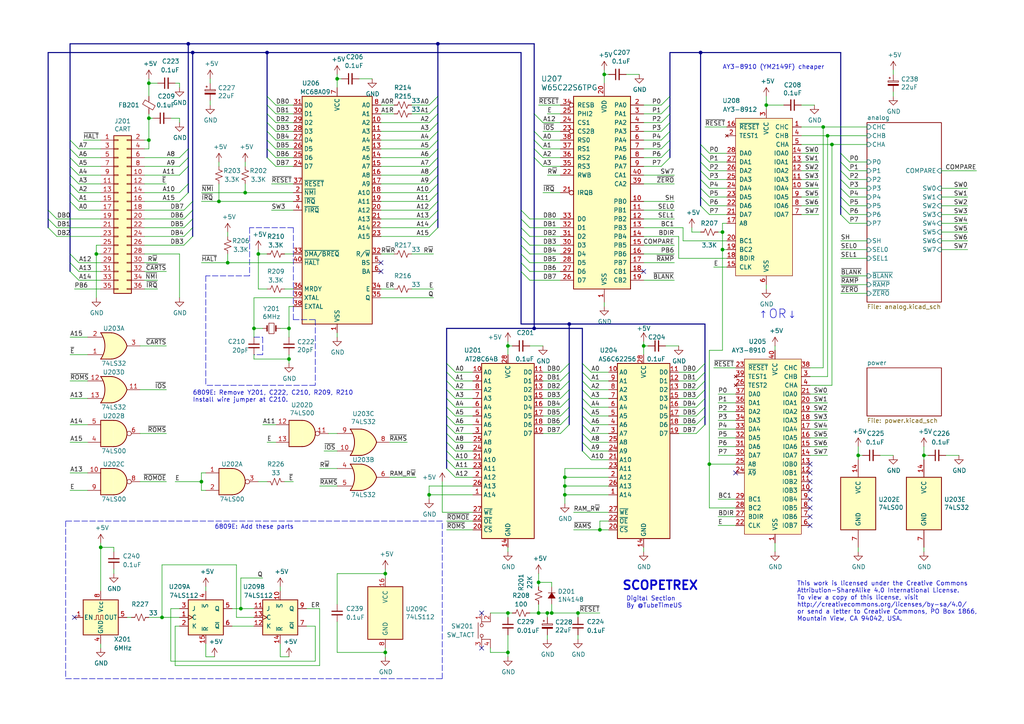
<source format=kicad_sch>
(kicad_sch (version 20211123) (generator eeschema)
  (paper "A4")
  (junction (at 54.61 12.7))
  (junction (at 167.64 177.8))
  (junction (at 267.97 132.08))
  (junction (at 175.26 21.59))
  (junction (at 209.55 67.31))
  (junction (at 156.21 168.91))
  (junction (at 186.69 100.33))
  (junction (at 29.21 158.75))
  (junction (at 55.88 15.24))
  (junction (at 165.1 93.98))
  (junction (at 203.2 15.24))
  (junction (at 160.02 177.8))
  (junction (at 71.12 55.88))
  (junction (at 124.46 143.51))
  (junction (at 127 12.7))
  (junction (at 241.3 41.91))
  (junction (at 163.83 138.43))
  (junction (at 43.18 24.13))
  (junction (at 73.66 95.25))
  (junction (at 156.21 177.8))
  (junction (at 111.76 189.23))
  (junction (at 209.55 72.39))
  (junction (at 248.92 132.08))
  (junction (at 173.99 153.67))
  (junction (at 83.82 104.14))
  (junction (at 27.94 73.66))
  (junction (at 205.74 134.62))
  (junction (at 240.03 39.37))
  (junction (at 66.04 76.2))
  (junction (at 163.83 143.51))
  (junction (at 43.18 40.64))
  (junction (at 83.82 95.25))
  (junction (at 147.32 177.8))
  (junction (at 158.75 177.8))
  (junction (at 58.42 139.7))
  (junction (at 147.32 100.33))
  (junction (at 222.25 30.48))
  (junction (at 111.76 166.37))
  (junction (at 97.79 22.86))
  (junction (at 43.18 34.29))
  (junction (at 163.83 140.97))
  (junction (at 77.47 15.24))
  (junction (at 147.32 189.23))
  (junction (at 69.85 176.53))
  (junction (at 63.5 58.42))
  (junction (at 46.99 179.07))
  (junction (at 154.94 95.25))
  (junction (at 74.93 73.66))
  (junction (at 238.76 36.83))
  (no_connect (at 110.49 78.74))
  (no_connect (at 213.36 137.16))
  (no_connect (at 234.95 142.24))
  (no_connect (at 234.95 137.16))
  (no_connect (at 234.95 149.86))
  (no_connect (at 21.59 179.07))
  (no_connect (at 234.95 139.7))
  (no_connect (at 139.7 187.96))
  (no_connect (at 234.95 134.62))
  (no_connect (at 234.95 147.32))
  (no_connect (at 234.95 144.78))
  (no_connect (at 110.49 76.2))
  (no_connect (at 234.95 152.4))
  (no_connect (at 186.69 78.74))
  (no_connect (at 139.7 177.8))
  (bus_entry (at 124.46 63.5) (size 2.54 -2.54))
  (bus_entry (at 124.46 43.18) (size 2.54 -2.54))
  (bus_entry (at 157.48 48.26) (size -2.54 -2.54))
  (bus_entry (at 201.93 110.49) (size 2.54 -2.54))
  (bus_entry (at 162.56 125.73) (size 2.54 -2.54))
  (bus_entry (at 132.08 120.65) (size -2.54 -2.54))
  (bus_entry (at 201.93 125.73) (size 2.54 -2.54))
  (bus_entry (at 201.93 115.57) (size 2.54 -2.54))
  (bus_entry (at 171.45 110.49) (size -2.54 -2.54))
  (bus_entry (at 124.46 68.58) (size 2.54 -2.54))
  (bus_entry (at 162.56 115.57) (size 2.54 -2.54))
  (bus_entry (at 205.74 57.15) (size -2.54 -2.54))
  (bus_entry (at 80.01 40.64) (size -2.54 -2.54))
  (bus_entry (at 205.74 49.53) (size -2.54 -2.54))
  (bus_entry (at 80.01 48.26) (size -2.54 -2.54))
  (bus_entry (at 13.97 66.04) (size 2.54 2.54))
  (bus_entry (at 132.08 123.19) (size -2.54 -2.54))
  (bus_entry (at 52.07 45.72) (size 2.54 -2.54))
  (bus_entry (at 171.45 115.57) (size -2.54 -2.54))
  (bus_entry (at 132.08 118.11) (size -2.54 -2.54))
  (bus_entry (at 153.67 71.12) (size -2.54 -2.54))
  (bus_entry (at 201.93 120.65) (size 2.54 -2.54))
  (bus_entry (at 162.56 107.95) (size 2.54 -2.54))
  (bus_entry (at 201.93 107.95) (size 2.54 -2.54))
  (bus_entry (at 205.74 54.61) (size -2.54 -2.54))
  (bus_entry (at 162.56 120.65) (size 2.54 -2.54))
  (bus_entry (at 162.56 118.11) (size 2.54 -2.54))
  (bus_entry (at 153.67 66.04) (size -2.54 -2.54))
  (bus_entry (at 20.32 43.18) (size 2.54 2.54))
  (bus_entry (at 171.45 123.19) (size -2.54 -2.54))
  (bus_entry (at 124.46 58.42) (size 2.54 -2.54))
  (bus_entry (at 171.45 120.65) (size -2.54 -2.54))
  (bus_entry (at 162.56 113.03) (size 2.54 -2.54))
  (bus_entry (at 132.08 110.49) (size -2.54 -2.54))
  (bus_entry (at 20.32 78.74) (size 2.54 2.54))
  (bus_entry (at 157.48 43.18) (size -2.54 -2.54))
  (bus_entry (at 153.67 73.66) (size -2.54 -2.54))
  (bus_entry (at 20.32 73.66) (size 2.54 2.54))
  (bus_entry (at 52.07 55.88) (size 2.54 -2.54))
  (bus_entry (at 132.08 113.03) (size -2.54 -2.54))
  (bus_entry (at 80.01 43.18) (size -2.54 -2.54))
  (bus_entry (at 53.34 71.12) (size 2.54 -2.54))
  (bus_entry (at 153.67 63.5) (size -2.54 -2.54))
  (bus_entry (at 80.01 35.56) (size -2.54 -2.54))
  (bus_entry (at 80.01 38.1) (size -2.54 -2.54))
  (bus_entry (at 201.93 118.11) (size 2.54 -2.54))
  (bus_entry (at 205.74 62.23) (size -2.54 -2.54))
  (bus_entry (at 20.32 58.42) (size 2.54 2.54))
  (bus_entry (at 20.32 53.34) (size 2.54 2.54))
  (bus_entry (at 52.07 50.8) (size 2.54 -2.54))
  (bus_entry (at 53.34 60.96) (size 2.54 -2.54))
  (bus_entry (at 132.08 128.27) (size -2.54 -2.54))
  (bus_entry (at 124.46 33.02) (size 2.54 -2.54))
  (bus_entry (at 124.46 55.88) (size 2.54 -2.54))
  (bus_entry (at 246.38 64.77) (size -2.54 -2.54))
  (bus_entry (at 124.46 60.96) (size 2.54 -2.54))
  (bus_entry (at 153.67 78.74) (size -2.54 -2.54))
  (bus_entry (at 132.08 125.73) (size -2.54 -2.54))
  (bus_entry (at 205.74 46.99) (size -2.54 -2.54))
  (bus_entry (at 20.32 76.2) (size 2.54 2.54))
  (bus_entry (at 124.46 50.8) (size 2.54 -2.54))
  (bus_entry (at 153.67 68.58) (size -2.54 -2.54))
  (bus_entry (at 157.48 40.64) (size -2.54 -2.54))
  (bus_entry (at 124.46 45.72) (size 2.54 -2.54))
  (bus_entry (at 154.94 33.02) (size 2.54 2.54))
  (bus_entry (at 205.74 44.45) (size -2.54 -2.54))
  (bus_entry (at 171.45 107.95) (size -2.54 -2.54))
  (bus_entry (at 52.07 58.42) (size 2.54 -2.54))
  (bus_entry (at 191.77 33.02) (size 2.54 -2.54))
  (bus_entry (at 153.67 76.2) (size -2.54 -2.54))
  (bus_entry (at 171.45 128.27) (size -2.54 -2.54))
  (bus_entry (at 201.93 113.03) (size 2.54 -2.54))
  (bus_entry (at 124.46 30.48) (size 2.54 -2.54))
  (bus_entry (at 191.77 40.64) (size 2.54 -2.54))
  (bus_entry (at 20.32 55.88) (size 2.54 2.54))
  (bus_entry (at 132.08 130.81) (size -2.54 -2.54))
  (bus_entry (at 20.32 45.72) (size 2.54 2.54))
  (bus_entry (at 171.45 133.35) (size -2.54 -2.54))
  (bus_entry (at 124.46 38.1) (size 2.54 -2.54))
  (bus_entry (at 171.45 113.03) (size -2.54 -2.54))
  (bus_entry (at 80.01 33.02) (size -2.54 -2.54))
  (bus_entry (at 132.08 115.57) (size -2.54 -2.54))
  (bus_entry (at 205.74 59.69) (size -2.54 -2.54))
  (bus_entry (at 246.38 49.53) (size -2.54 -2.54))
  (bus_entry (at 171.45 125.73) (size -2.54 -2.54))
  (bus_entry (at 191.77 48.26) (size 2.54 -2.54))
  (bus_entry (at 246.38 46.99) (size -2.54 -2.54))
  (bus_entry (at 201.93 123.19) (size 2.54 -2.54))
  (bus_entry (at 124.46 35.56) (size 2.54 -2.54))
  (bus_entry (at 246.38 62.23) (size -2.54 -2.54))
  (bus_entry (at 80.01 45.72) (size -2.54 -2.54))
  (bus_entry (at 171.45 130.81) (size -2.54 -2.54))
  (bus_entry (at 53.34 66.04) (size 2.54 -2.54))
  (bus_entry (at 191.77 38.1) (size 2.54 -2.54))
  (bus_entry (at 132.08 135.89) (size -2.54 -2.54))
  (bus_entry (at 52.07 48.26) (size 2.54 -2.54))
  (bus_entry (at 191.77 45.72) (size 2.54 -2.54))
  (bus_entry (at 191.77 30.48) (size 2.54 -2.54))
  (bus_entry (at 20.32 50.8) (size 2.54 2.54))
  (bus_entry (at 53.34 63.5) (size 2.54 -2.54))
  (bus_entry (at 171.45 118.11) (size -2.54 -2.54))
  (bus_entry (at 132.08 133.35) (size -2.54 -2.54))
  (bus_entry (at 162.56 123.19) (size 2.54 -2.54))
  (bus_entry (at 153.67 81.28) (size -2.54 -2.54))
  (bus_entry (at 53.34 68.58) (size 2.54 -2.54))
  (bus_entry (at 246.38 59.69) (size -2.54 -2.54))
  (bus_entry (at 132.08 107.95) (size -2.54 -2.54))
  (bus_entry (at 80.01 30.48) (size -2.54 -2.54))
  (bus_entry (at 191.77 35.56) (size 2.54 -2.54))
  (bus_entry (at 246.38 57.15) (size -2.54 -2.54))
  (bus_entry (at 124.46 53.34) (size 2.54 -2.54))
  (bus_entry (at 246.38 54.61) (size -2.54 -2.54))
  (bus_entry (at 124.46 48.26) (size 2.54 -2.54))
  (bus_entry (at 20.32 48.26) (size 2.54 2.54))
  (bus_entry (at 124.46 66.04) (size 2.54 -2.54))
  (bus_entry (at 13.97 63.5) (size 2.54 2.54))
  (bus_entry (at 124.46 40.64) (size 2.54 -2.54))
  (bus_entry (at 205.74 52.07) (size -2.54 -2.54))
  (bus_entry (at 246.38 52.07) (size -2.54 -2.54))
  (bus_entry (at 20.32 40.64) (size 2.54 2.54))
  (bus_entry (at 13.97 60.96) (size 2.54 2.54))
  (bus_entry (at 157.48 45.72) (size -2.54 -2.54))
  (bus_entry (at 191.77 43.18) (size 2.54 -2.54))
  (bus_entry (at 132.08 138.43) (size -2.54 -2.54))
  (bus_entry (at 162.56 110.49) (size 2.54 -2.54))
  (wire (pts (xy 157.48 113.03) (xy 162.56 113.03)))
  (polyline (pts (xy 128.27 151.13) (xy 19.05 151.13)))
  (wire (pts (xy 251.46 85.09) (xy 243.84 85.09)))
  (bus (pts (xy 165.1 118.11) (xy 165.1 120.65)))
  (wire (pts (xy 29.21 66.04) (xy 16.51 66.04)))
  (wire (pts (xy 81.28 186.69) (xy 81.28 190.5)))
  (wire (pts (xy 111.76 166.37) (xy 111.76 165.1)))
  (wire (pts (xy 234.95 127) (xy 240.03 127)))
  (bus (pts (xy 194.31 35.56) (xy 194.31 38.1)))
  (wire (pts (xy 147.32 158.75) (xy 147.32 160.02)))
  (bus (pts (xy 154.94 45.72) (xy 154.94 95.25)))
  (wire (pts (xy 58.42 142.24) (xy 59.69 142.24)))
  (wire (pts (xy 124.46 140.97) (xy 124.46 143.51)))
  (wire (pts (xy 153.67 66.04) (xy 162.56 66.04)))
  (wire (pts (xy 207.01 106.68) (xy 213.36 106.68)))
  (wire (pts (xy 205.74 134.62) (xy 205.74 147.32)))
  (wire (pts (xy 186.69 40.64) (xy 191.77 40.64)))
  (wire (pts (xy 137.16 151.13) (xy 129.54 151.13)))
  (wire (pts (xy 110.49 30.48) (xy 114.3 30.48)))
  (wire (pts (xy 196.85 118.11) (xy 201.93 118.11)))
  (wire (pts (xy 59.69 170.18) (xy 59.69 171.45)))
  (bus (pts (xy 165.1 110.49) (xy 165.1 113.03)))
  (polyline (pts (xy 76.2 97.79) (xy 76.2 102.87)))
  (wire (pts (xy 119.38 73.66) (xy 125.73 73.66)))
  (wire (pts (xy 201.93 125.73) (xy 196.85 125.73)))
  (wire (pts (xy 147.32 100.33) (xy 147.32 102.87)))
  (wire (pts (xy 213.36 119.38) (xy 208.28 119.38)))
  (wire (pts (xy 267.97 132.08) (xy 267.97 133.35)))
  (wire (pts (xy 25.4 97.79) (xy 20.32 97.79)))
  (wire (pts (xy 33.02 165.1) (xy 33.02 166.37)))
  (wire (pts (xy 227.33 30.48) (xy 222.25 30.48)))
  (wire (pts (xy 85.09 30.48) (xy 80.01 30.48)))
  (wire (pts (xy 148.59 177.8) (xy 147.32 177.8)))
  (bus (pts (xy 154.94 43.18) (xy 154.94 45.72)))
  (wire (pts (xy 163.83 138.43) (xy 163.83 140.97)))
  (bus (pts (xy 55.88 15.24) (xy 55.88 58.42)))
  (wire (pts (xy 198.12 69.85) (xy 198.12 66.04)))
  (wire (pts (xy 234.95 109.22) (xy 240.03 109.22)))
  (wire (pts (xy 153.67 177.8) (xy 156.21 177.8)))
  (wire (pts (xy 201.93 120.65) (xy 196.85 120.65)))
  (wire (pts (xy 160.02 177.8) (xy 167.64 177.8)))
  (wire (pts (xy 234.95 121.92) (xy 240.03 121.92)))
  (wire (pts (xy 147.32 189.23) (xy 147.32 184.15)))
  (wire (pts (xy 85.09 139.7) (xy 82.55 139.7)))
  (wire (pts (xy 29.21 53.34) (xy 22.86 53.34)))
  (wire (pts (xy 41.91 83.82) (xy 45.72 83.82)))
  (wire (pts (xy 191.77 43.18) (xy 186.69 43.18)))
  (wire (pts (xy 157.48 123.19) (xy 162.56 123.19)))
  (bus (pts (xy 204.47 93.98) (xy 204.47 105.41)))
  (wire (pts (xy 110.49 45.72) (xy 124.46 45.72)))
  (bus (pts (xy 129.54 107.95) (xy 129.54 110.49)))
  (wire (pts (xy 147.32 177.8) (xy 142.24 177.8)))
  (polyline (pts (xy 91.44 92.71) (xy 91.44 111.76)))
  (bus (pts (xy 165.1 113.03) (xy 165.1 115.57)))
  (bus (pts (xy 129.54 123.19) (xy 129.54 125.73)))
  (wire (pts (xy 234.95 124.46) (xy 240.03 124.46)))
  (bus (pts (xy 13.97 63.5) (xy 13.97 66.04)))
  (bus (pts (xy 151.13 68.58) (xy 151.13 71.12)))
  (bus (pts (xy 154.94 38.1) (xy 154.94 40.64)))
  (wire (pts (xy 49.53 191.77) (xy 49.53 176.53)))
  (wire (pts (xy 156.21 168.91) (xy 156.21 170.18)))
  (wire (pts (xy 162.56 78.74) (xy 153.67 78.74)))
  (wire (pts (xy 251.46 62.23) (xy 246.38 62.23)))
  (wire (pts (xy 80.01 48.26) (xy 85.09 48.26)))
  (wire (pts (xy 147.32 189.23) (xy 147.32 190.5)))
  (wire (pts (xy 248.92 132.08) (xy 248.92 129.54)))
  (wire (pts (xy 66.04 73.66) (xy 66.04 76.2)))
  (wire (pts (xy 213.36 114.3) (xy 208.28 114.3)))
  (bus (pts (xy 54.61 12.7) (xy 54.61 43.18)))
  (wire (pts (xy 176.53 153.67) (xy 173.99 153.67)))
  (wire (pts (xy 163.83 140.97) (xy 163.83 143.51)))
  (wire (pts (xy 97.79 140.97) (xy 92.71 140.97)))
  (wire (pts (xy 110.49 60.96) (xy 124.46 60.96)))
  (wire (pts (xy 124.46 143.51) (xy 124.46 144.78)))
  (bus (pts (xy 20.32 53.34) (xy 20.32 55.88)))
  (wire (pts (xy 41.91 53.34) (xy 48.26 53.34)))
  (wire (pts (xy 162.56 38.1) (xy 157.48 38.1)))
  (wire (pts (xy 157.48 118.11) (xy 162.56 118.11)))
  (wire (pts (xy 83.82 95.25) (xy 83.82 97.79)))
  (wire (pts (xy 33.02 160.02) (xy 33.02 158.75)))
  (wire (pts (xy 29.21 45.72) (xy 22.86 45.72)))
  (bus (pts (xy 129.54 113.03) (xy 129.54 115.57)))
  (bus (pts (xy 204.47 107.95) (xy 204.47 110.49)))
  (wire (pts (xy 78.74 60.96) (xy 85.09 60.96)))
  (wire (pts (xy 43.18 34.29) (xy 43.18 33.02)))
  (wire (pts (xy 195.58 73.66) (xy 186.69 73.66)))
  (wire (pts (xy 80.01 33.02) (xy 85.09 33.02)))
  (wire (pts (xy 163.83 143.51) (xy 163.83 146.05)))
  (bus (pts (xy 129.54 120.65) (xy 129.54 123.19)))
  (bus (pts (xy 168.91 120.65) (xy 168.91 123.19)))
  (wire (pts (xy 132.08 120.65) (xy 137.16 120.65)))
  (wire (pts (xy 50.8 24.13) (xy 52.07 24.13)))
  (bus (pts (xy 127 55.88) (xy 127 58.42)))
  (wire (pts (xy 81.28 190.5) (xy 83.82 190.5)))
  (wire (pts (xy 213.36 149.86) (xy 208.28 149.86)))
  (wire (pts (xy 232.41 39.37) (xy 240.03 39.37)))
  (bus (pts (xy 127 48.26) (xy 127 50.8)))
  (bus (pts (xy 127 33.02) (xy 127 35.56)))
  (wire (pts (xy 160.02 175.26) (xy 160.02 177.8)))
  (bus (pts (xy 127 60.96) (xy 127 63.5)))
  (bus (pts (xy 55.88 58.42) (xy 55.88 60.96)))
  (bus (pts (xy 54.61 48.26) (xy 54.61 53.34)))
  (wire (pts (xy 232.41 57.15) (xy 237.49 57.15)))
  (wire (pts (xy 41.91 45.72) (xy 52.07 45.72)))
  (wire (pts (xy 110.49 73.66) (xy 114.3 73.66)))
  (wire (pts (xy 40.64 125.73) (xy 48.26 125.73)))
  (wire (pts (xy 73.66 86.36) (xy 73.66 95.25)))
  (wire (pts (xy 232.41 36.83) (xy 238.76 36.83)))
  (wire (pts (xy 167.64 177.8) (xy 173.99 177.8)))
  (bus (pts (xy 243.84 44.45) (xy 243.84 46.99)))
  (wire (pts (xy 201.93 115.57) (xy 196.85 115.57)))
  (wire (pts (xy 163.83 135.89) (xy 163.83 138.43)))
  (wire (pts (xy 71.12 48.26) (xy 71.12 46.99)))
  (wire (pts (xy 97.79 125.73) (xy 95.25 125.73)))
  (wire (pts (xy 29.21 186.69) (xy 29.21 187.96)))
  (bus (pts (xy 154.94 33.02) (xy 154.94 38.1)))
  (wire (pts (xy 110.49 86.36) (xy 125.73 86.36)))
  (polyline (pts (xy 73.66 97.79) (xy 76.2 97.79)))
  (bus (pts (xy 20.32 45.72) (xy 20.32 48.26)))
  (wire (pts (xy 210.82 49.53) (xy 205.74 49.53)))
  (bus (pts (xy 203.2 52.07) (xy 203.2 54.61)))
  (bus (pts (xy 127 58.42) (xy 127 60.96)))
  (wire (pts (xy 29.21 68.58) (xy 16.51 68.58)))
  (wire (pts (xy 208.28 121.92) (xy 213.36 121.92)))
  (wire (pts (xy 85.09 45.72) (xy 80.01 45.72)))
  (wire (pts (xy 181.61 21.59) (xy 185.42 21.59)))
  (wire (pts (xy 158.75 184.15) (xy 158.75 185.42)))
  (wire (pts (xy 137.16 113.03) (xy 132.08 113.03)))
  (wire (pts (xy 234.95 119.38) (xy 240.03 119.38)))
  (wire (pts (xy 196.85 74.93) (xy 210.82 74.93)))
  (wire (pts (xy 205.74 57.15) (xy 210.82 57.15)))
  (wire (pts (xy 167.64 184.15) (xy 167.64 185.42)))
  (wire (pts (xy 88.9 181.61) (xy 91.44 181.61)))
  (wire (pts (xy 210.82 59.69) (xy 205.74 59.69)))
  (wire (pts (xy 273.05 54.61) (xy 280.67 54.61)))
  (wire (pts (xy 77.47 83.82) (xy 74.93 83.82)))
  (bus (pts (xy 243.84 59.69) (xy 243.84 62.23)))
  (wire (pts (xy 97.79 130.81) (xy 93.98 130.81)))
  (wire (pts (xy 205.74 52.07) (xy 210.82 52.07)))
  (bus (pts (xy 54.61 45.72) (xy 54.61 48.26)))
  (wire (pts (xy 186.69 66.04) (xy 198.12 66.04)))
  (wire (pts (xy 175.26 21.59) (xy 175.26 20.32)))
  (bus (pts (xy 194.31 27.94) (xy 194.31 30.48)))
  (bus (pts (xy 168.91 128.27) (xy 168.91 130.81)))
  (wire (pts (xy 157.48 107.95) (xy 162.56 107.95)))
  (bus (pts (xy 20.32 12.7) (xy 20.32 40.64)))
  (wire (pts (xy 104.14 22.86) (xy 107.95 22.86)))
  (wire (pts (xy 50.8 181.61) (xy 50.8 193.04)))
  (wire (pts (xy 157.48 48.26) (xy 162.56 48.26)))
  (wire (pts (xy 38.1 179.07) (xy 36.83 179.07)))
  (wire (pts (xy 137.16 118.11) (xy 132.08 118.11)))
  (wire (pts (xy 213.36 152.4) (xy 208.28 152.4)))
  (wire (pts (xy 27.94 71.12) (xy 27.94 73.66)))
  (wire (pts (xy 97.79 180.34) (xy 97.79 189.23)))
  (bus (pts (xy 168.91 118.11) (xy 168.91 120.65)))
  (bus (pts (xy 203.2 44.45) (xy 203.2 46.99)))
  (wire (pts (xy 222.25 27.94) (xy 222.25 30.48)))
  (wire (pts (xy 162.56 115.57) (xy 157.48 115.57)))
  (wire (pts (xy 259.08 21.59) (xy 259.08 20.32)))
  (wire (pts (xy 205.74 147.32) (xy 213.36 147.32)))
  (wire (pts (xy 246.38 54.61) (xy 251.46 54.61)))
  (wire (pts (xy 137.16 128.27) (xy 132.08 128.27)))
  (bus (pts (xy 127 45.72) (xy 127 48.26)))
  (bus (pts (xy 168.91 115.57) (xy 168.91 118.11)))
  (wire (pts (xy 273.05 62.23) (xy 280.67 62.23)))
  (wire (pts (xy 210.82 77.47) (xy 207.01 77.47)))
  (wire (pts (xy 196.85 123.19) (xy 201.93 123.19)))
  (wire (pts (xy 33.02 158.75) (xy 29.21 158.75)))
  (wire (pts (xy 203.2 67.31) (xy 200.66 67.31)))
  (wire (pts (xy 99.06 22.86) (xy 97.79 22.86)))
  (wire (pts (xy 66.04 76.2) (xy 85.09 76.2)))
  (wire (pts (xy 80.01 128.27) (xy 77.47 128.27)))
  (wire (pts (xy 251.46 46.99) (xy 246.38 46.99)))
  (wire (pts (xy 110.49 66.04) (xy 124.46 66.04)))
  (wire (pts (xy 29.21 76.2) (xy 22.86 76.2)))
  (wire (pts (xy 97.79 189.23) (xy 111.76 189.23)))
  (wire (pts (xy 58.42 55.88) (xy 71.12 55.88)))
  (wire (pts (xy 255.27 132.08) (xy 259.08 132.08)))
  (wire (pts (xy 137.16 133.35) (xy 132.08 133.35)))
  (polyline (pts (xy 128.27 196.85) (xy 128.27 151.13)))
  (wire (pts (xy 69.85 176.53) (xy 69.85 167.64)))
  (wire (pts (xy 243.84 82.55) (xy 251.46 82.55)))
  (wire (pts (xy 40.64 100.33) (xy 48.26 100.33)))
  (wire (pts (xy 162.56 33.02) (xy 158.75 33.02)))
  (bus (pts (xy 243.84 49.53) (xy 243.84 52.07)))
  (wire (pts (xy 63.5 53.34) (xy 63.5 58.42)))
  (wire (pts (xy 171.45 115.57) (xy 176.53 115.57)))
  (wire (pts (xy 59.69 190.5) (xy 62.23 190.5)))
  (bus (pts (xy 77.47 38.1) (xy 77.47 40.64)))
  (bus (pts (xy 165.1 93.98) (xy 165.1 105.41)))
  (wire (pts (xy 83.82 102.87) (xy 83.82 104.14)))
  (wire (pts (xy 66.04 68.58) (xy 66.04 67.31)))
  (wire (pts (xy 186.69 158.75) (xy 186.69 160.02)))
  (wire (pts (xy 232.41 52.07) (xy 237.49 52.07)))
  (wire (pts (xy 67.31 181.61) (xy 73.66 181.61)))
  (bus (pts (xy 243.84 46.99) (xy 243.84 49.53)))
  (wire (pts (xy 58.42 139.7) (xy 58.42 142.24)))
  (wire (pts (xy 29.21 40.64) (xy 24.13 40.64)))
  (wire (pts (xy 71.12 53.34) (xy 71.12 55.88)))
  (wire (pts (xy 41.91 43.18) (xy 43.18 43.18)))
  (bus (pts (xy 204.47 110.49) (xy 204.47 113.03)))
  (bus (pts (xy 55.88 15.24) (xy 77.47 15.24)))
  (bus (pts (xy 77.47 33.02) (xy 77.47 35.56)))
  (bus (pts (xy 20.32 40.64) (xy 20.32 43.18)))
  (bus (pts (xy 204.47 115.57) (xy 204.47 118.11)))
  (bus (pts (xy 243.84 52.07) (xy 243.84 54.61)))
  (bus (pts (xy 168.91 125.73) (xy 168.91 128.27)))
  (wire (pts (xy 162.56 50.8) (xy 158.75 50.8)))
  (wire (pts (xy 176.53 128.27) (xy 171.45 128.27)))
  (wire (pts (xy 110.49 63.5) (xy 124.46 63.5)))
  (bus (pts (xy 77.47 35.56) (xy 77.47 38.1)))
  (bus (pts (xy 55.88 66.04) (xy 55.88 68.58)))
  (bus (pts (xy 151.13 60.96) (xy 151.13 63.5)))
  (bus (pts (xy 77.47 43.18) (xy 77.47 45.72)))
  (wire (pts (xy 74.93 73.66) (xy 74.93 72.39)))
  (wire (pts (xy 196.85 113.03) (xy 201.93 113.03)))
  (bus (pts (xy 165.1 115.57) (xy 165.1 118.11)))
  (wire (pts (xy 80.01 38.1) (xy 85.09 38.1)))
  (wire (pts (xy 41.91 76.2) (xy 45.72 76.2)))
  (bus (pts (xy 55.88 63.5) (xy 55.88 66.04)))
  (wire (pts (xy 52.07 181.61) (xy 50.8 181.61)))
  (wire (pts (xy 147.32 177.8) (xy 147.32 179.07)))
  (wire (pts (xy 208.28 127) (xy 213.36 127)))
  (bus (pts (xy 127 40.64) (xy 127 43.18)))
  (wire (pts (xy 186.69 35.56) (xy 191.77 35.56)))
  (wire (pts (xy 148.59 100.33) (xy 147.32 100.33)))
  (bus (pts (xy 243.84 15.24) (xy 243.84 44.45)))
  (wire (pts (xy 97.79 166.37) (xy 97.79 175.26)))
  (wire (pts (xy 73.66 176.53) (xy 69.85 176.53)))
  (wire (pts (xy 162.56 40.64) (xy 157.48 40.64)))
  (wire (pts (xy 40.64 139.7) (xy 48.26 139.7)))
  (wire (pts (xy 153.67 100.33) (xy 157.48 100.33)))
  (wire (pts (xy 167.64 177.8) (xy 167.64 179.07)))
  (wire (pts (xy 241.3 111.76) (xy 241.3 41.91)))
  (wire (pts (xy 196.85 107.95) (xy 201.93 107.95)))
  (wire (pts (xy 85.09 40.64) (xy 80.01 40.64)))
  (wire (pts (xy 43.18 22.86) (xy 43.18 24.13)))
  (wire (pts (xy 85.09 35.56) (xy 80.01 35.56)))
  (wire (pts (xy 92.71 193.04) (xy 92.71 176.53)))
  (bus (pts (xy 203.2 49.53) (xy 203.2 52.07)))
  (wire (pts (xy 60.96 24.13) (xy 60.96 22.86)))
  (wire (pts (xy 273.05 49.53) (xy 283.21 49.53)))
  (bus (pts (xy 55.88 15.24) (xy 13.97 15.24)))
  (wire (pts (xy 110.49 83.82) (xy 114.3 83.82)))
  (wire (pts (xy 176.53 151.13) (xy 173.99 151.13)))
  (wire (pts (xy 213.36 129.54) (xy 208.28 129.54)))
  (wire (pts (xy 273.05 59.69) (xy 280.67 59.69)))
  (wire (pts (xy 119.38 33.02) (xy 124.46 33.02)))
  (wire (pts (xy 259.08 26.67) (xy 259.08 27.94)))
  (wire (pts (xy 52.07 34.29) (xy 52.07 35.56)))
  (bus (pts (xy 20.32 50.8) (xy 20.32 53.34)))
  (bus (pts (xy 203.2 15.24) (xy 203.2 41.91)))
  (wire (pts (xy 238.76 36.83) (xy 251.46 36.83)))
  (wire (pts (xy 73.66 104.14) (xy 73.66 102.87)))
  (wire (pts (xy 69.85 176.53) (xy 67.31 176.53)))
  (wire (pts (xy 97.79 135.89) (xy 92.71 135.89)))
  (wire (pts (xy 156.21 166.37) (xy 156.21 168.91)))
  (bus (pts (xy 20.32 73.66) (xy 20.32 76.2)))
  (bus (pts (xy 194.31 40.64) (xy 194.31 43.18)))
  (bus (pts (xy 54.61 12.7) (xy 20.32 12.7)))
  (wire (pts (xy 29.21 60.96) (xy 22.86 60.96)))
  (bus (pts (xy 20.32 48.26) (xy 20.32 50.8)))
  (bus (pts (xy 127 12.7) (xy 154.94 12.7)))
  (polyline (pts (xy 72.39 66.04) (xy 72.39 80.01)))
  (wire (pts (xy 232.41 46.99) (xy 237.49 46.99)))
  (wire (pts (xy 232.41 49.53) (xy 237.49 49.53)))
  (wire (pts (xy 82.55 73.66) (xy 85.09 73.66)))
  (bus (pts (xy 194.31 30.48) (xy 194.31 33.02)))
  (wire (pts (xy 187.96 100.33) (xy 186.69 100.33)))
  (wire (pts (xy 175.26 21.59) (xy 175.26 24.13)))
  (wire (pts (xy 153.67 71.12) (xy 162.56 71.12)))
  (wire (pts (xy 29.21 55.88) (xy 22.86 55.88)))
  (wire (pts (xy 186.69 53.34) (xy 195.58 53.34)))
  (wire (pts (xy 193.04 100.33) (xy 196.85 100.33)))
  (wire (pts (xy 196.85 68.58) (xy 196.85 74.93)))
  (wire (pts (xy 205.74 134.62) (xy 213.36 134.62)))
  (wire (pts (xy 171.45 130.81) (xy 176.53 130.81)))
  (wire (pts (xy 176.53 107.95) (xy 171.45 107.95)))
  (wire (pts (xy 29.21 81.28) (xy 22.86 81.28)))
  (wire (pts (xy 205.74 62.23) (xy 210.82 62.23)))
  (bus (pts (xy 77.47 15.24) (xy 151.13 15.24)))
  (wire (pts (xy 41.91 66.04) (xy 53.34 66.04)))
  (wire (pts (xy 210.82 69.85) (xy 198.12 69.85)))
  (bus (pts (xy 127 30.48) (xy 127 33.02)))
  (polyline (pts (xy 85.09 66.04) (xy 72.39 66.04)))
  (wire (pts (xy 29.21 48.26) (xy 22.86 48.26)))
  (wire (pts (xy 124.46 38.1) (xy 110.49 38.1)))
  (bus (pts (xy 127 43.18) (xy 127 45.72)))
  (wire (pts (xy 85.09 53.34) (xy 78.74 53.34)))
  (wire (pts (xy 186.69 81.28) (xy 195.58 81.28)))
  (bus (pts (xy 129.54 133.35) (xy 129.54 135.89)))
  (wire (pts (xy 45.72 24.13) (xy 43.18 24.13)))
  (wire (pts (xy 280.67 57.15) (xy 273.05 57.15)))
  (wire (pts (xy 213.36 124.46) (xy 208.28 124.46)))
  (polyline (pts (xy 91.44 111.76) (xy 59.69 111.76)))
  (wire (pts (xy 73.66 95.25) (xy 76.2 95.25)))
  (polyline (pts (xy 76.2 102.87) (xy 73.66 102.87)))
  (bus (pts (xy 151.13 15.24) (xy 151.13 60.96)))
  (wire (pts (xy 29.21 63.5) (xy 16.51 63.5)))
  (wire (pts (xy 176.53 21.59) (xy 175.26 21.59)))
  (polyline (pts (xy 19.05 196.85) (xy 128.27 196.85)))
  (wire (pts (xy 73.66 97.79) (xy 73.66 95.25)))
  (wire (pts (xy 25.4 115.57) (xy 20.32 115.57)))
  (wire (pts (xy 210.82 44.45) (xy 205.74 44.45)))
  (wire (pts (xy 49.53 176.53) (xy 52.07 176.53)))
  (wire (pts (xy 273.05 72.39) (xy 280.67 72.39)))
  (wire (pts (xy 110.49 68.58) (xy 124.46 68.58)))
  (wire (pts (xy 63.5 48.26) (xy 63.5 46.99)))
  (wire (pts (xy 41.91 58.42) (xy 52.07 58.42)))
  (wire (pts (xy 77.47 73.66) (xy 74.93 73.66)))
  (bus (pts (xy 129.54 118.11) (xy 129.54 120.65)))
  (bus (pts (xy 165.1 107.95) (xy 165.1 110.49)))
  (wire (pts (xy 74.93 139.7) (xy 77.47 139.7)))
  (wire (pts (xy 274.32 132.08) (xy 278.13 132.08)))
  (bus (pts (xy 127 35.56) (xy 127 38.1)))
  (wire (pts (xy 111.76 167.64) (xy 111.76 166.37)))
  (wire (pts (xy 110.49 55.88) (xy 124.46 55.88)))
  (wire (pts (xy 111.76 190.5) (xy 111.76 189.23)))
  (wire (pts (xy 147.32 100.33) (xy 147.32 99.06)))
  (wire (pts (xy 29.21 71.12) (xy 27.94 71.12)))
  (bus (pts (xy 194.31 15.24) (xy 203.2 15.24)))
  (wire (pts (xy 176.53 135.89) (xy 163.83 135.89)))
  (wire (pts (xy 41.91 55.88) (xy 52.07 55.88)))
  (wire (pts (xy 81.28 170.18) (xy 81.28 171.45)))
  (wire (pts (xy 176.53 133.35) (xy 171.45 133.35)))
  (wire (pts (xy 25.4 123.19) (xy 20.32 123.19)))
  (wire (pts (xy 243.84 72.39) (xy 251.46 72.39)))
  (wire (pts (xy 44.45 34.29) (xy 43.18 34.29)))
  (bus (pts (xy 168.91 113.03) (xy 168.91 115.57)))
  (bus (pts (xy 13.97 60.96) (xy 13.97 63.5)))
  (bus (pts (xy 129.54 125.73) (xy 129.54 128.27)))
  (wire (pts (xy 91.44 191.77) (xy 49.53 191.77)))
  (bus (pts (xy 194.31 15.24) (xy 194.31 27.94)))
  (wire (pts (xy 186.69 30.48) (xy 191.77 30.48)))
  (wire (pts (xy 119.38 30.48) (xy 124.46 30.48)))
  (wire (pts (xy 29.21 58.42) (xy 22.86 58.42)))
  (wire (pts (xy 240.03 109.22) (xy 240.03 39.37)))
  (wire (pts (xy 43.18 43.18) (xy 43.18 40.64)))
  (bus (pts (xy 151.13 71.12) (xy 151.13 73.66)))
  (wire (pts (xy 41.91 68.58) (xy 53.34 68.58)))
  (wire (pts (xy 66.04 76.2) (xy 58.42 76.2)))
  (wire (pts (xy 175.26 87.63) (xy 175.26 88.9)))
  (wire (pts (xy 137.16 123.19) (xy 132.08 123.19)))
  (wire (pts (xy 41.91 81.28) (xy 45.72 81.28)))
  (wire (pts (xy 41.91 73.66) (xy 52.07 73.66)))
  (wire (pts (xy 176.53 113.03) (xy 171.45 113.03)))
  (wire (pts (xy 29.21 78.74) (xy 22.86 78.74)))
  (wire (pts (xy 41.91 71.12) (xy 53.34 71.12)))
  (bus (pts (xy 165.1 105.41) (xy 165.1 107.95)))
  (bus (pts (xy 20.32 43.18) (xy 20.32 45.72)))
  (wire (pts (xy 176.53 140.97) (xy 163.83 140.97)))
  (bus (pts (xy 243.84 57.15) (xy 243.84 59.69)))
  (wire (pts (xy 251.46 80.01) (xy 243.84 80.01)))
  (polyline (pts (xy 85.09 92.71) (xy 91.44 92.71)))
  (bus (pts (xy 54.61 43.18) (xy 54.61 45.72)))
  (bus (pts (xy 204.47 105.41) (xy 204.47 107.95)))
  (bus (pts (xy 20.32 55.88) (xy 20.32 58.42)))
  (polyline (pts (xy 59.69 80.01) (xy 59.69 111.76)))
  (wire (pts (xy 195.58 63.5) (xy 186.69 63.5)))
  (wire (pts (xy 250.19 132.08) (xy 248.92 132.08)))
  (wire (pts (xy 124.46 58.42) (xy 110.49 58.42)))
  (wire (pts (xy 137.16 153.67) (xy 129.54 153.67)))
  (bus (pts (xy 129.54 110.49) (xy 129.54 113.03)))
  (wire (pts (xy 156.21 177.8) (xy 156.21 175.26)))
  (bus (pts (xy 127 50.8) (xy 127 53.34)))
  (bus (pts (xy 77.47 40.64) (xy 77.47 43.18)))
  (bus (pts (xy 203.2 57.15) (xy 203.2 59.69)))
  (wire (pts (xy 162.56 45.72) (xy 157.48 45.72)))
  (wire (pts (xy 173.99 151.13) (xy 173.99 153.67)))
  (wire (pts (xy 158.75 179.07) (xy 158.75 177.8)))
  (wire (pts (xy 46.99 163.83) (xy 68.58 163.83)))
  (wire (pts (xy 162.56 68.58) (xy 153.67 68.58)))
  (wire (pts (xy 153.67 81.28) (xy 162.56 81.28)))
  (wire (pts (xy 186.69 100.33) (xy 186.69 99.06)))
  (wire (pts (xy 234.95 111.76) (xy 241.3 111.76)))
  (bus (pts (xy 203.2 54.61) (xy 203.2 57.15)))
  (wire (pts (xy 248.92 158.75) (xy 248.92 160.02)))
  (bus (pts (xy 151.13 66.04) (xy 151.13 68.58)))
  (wire (pts (xy 200.66 67.31) (xy 200.66 66.04)))
  (wire (pts (xy 162.56 63.5) (xy 153.67 63.5)))
  (wire (pts (xy 80.01 123.19) (xy 76.2 123.19)))
  (wire (pts (xy 137.16 143.51) (xy 124.46 143.51)))
  (wire (pts (xy 248.92 132.08) (xy 248.92 133.35)))
  (wire (pts (xy 110.49 35.56) (xy 124.46 35.56)))
  (polyline (pts (xy 19.05 151.13) (xy 19.05 196.85)))
  (wire (pts (xy 111.76 166.37) (xy 97.79 166.37)))
  (bus (pts (xy 77.47 15.24) (xy 77.47 27.94)))
  (bus (pts (xy 194.31 43.18) (xy 194.31 45.72)))
  (polyline (pts (xy 85.09 92.71) (xy 85.09 66.04)))
  (bus (pts (xy 204.47 113.03) (xy 204.47 115.57)))
  (bus (pts (xy 243.84 54.61) (xy 243.84 57.15)))
  (wire (pts (xy 25.4 137.16) (xy 20.32 137.16)))
  (wire (pts (xy 234.95 114.3) (xy 240.03 114.3)))
  (wire (pts (xy 20.32 128.27) (xy 25.4 128.27)))
  (wire (pts (xy 153.67 76.2) (xy 162.56 76.2)))
  (wire (pts (xy 171.45 110.49) (xy 176.53 110.49)))
  (wire (pts (xy 224.79 101.6) (xy 224.79 100.33)))
  (bus (pts (xy 165.1 93.98) (xy 204.47 93.98)))
  (wire (pts (xy 46.99 179.07) (xy 43.18 179.07)))
  (wire (pts (xy 59.69 186.69) (xy 59.69 190.5)))
  (wire (pts (xy 205.74 101.6) (xy 205.74 134.62)))
  (wire (pts (xy 43.18 27.94) (xy 43.18 24.13)))
  (wire (pts (xy 186.69 100.33) (xy 186.69 102.87)))
  (wire (pts (xy 232.41 59.69) (xy 237.49 59.69)))
  (bus (pts (xy 151.13 93.98) (xy 165.1 93.98)))
  (wire (pts (xy 162.56 35.56) (xy 157.48 35.56)))
  (bus (pts (xy 203.2 15.24) (xy 243.84 15.24)))
  (wire (pts (xy 176.53 138.43) (xy 163.83 138.43)))
  (wire (pts (xy 176.53 123.19) (xy 171.45 123.19)))
  (wire (pts (xy 29.21 43.18) (xy 22.86 43.18)))
  (bus (pts (xy 127 38.1) (xy 127 40.64)))
  (wire (pts (xy 158.75 177.8) (xy 160.02 177.8)))
  (bus (pts (xy 129.54 130.81) (xy 129.54 133.35)))
  (wire (pts (xy 273.05 67.31) (xy 280.67 67.31)))
  (wire (pts (xy 83.82 88.9) (xy 85.09 88.9)))
  (bus (pts (xy 151.13 76.2) (xy 151.13 78.74)))
  (bus (pts (xy 77.47 30.48) (xy 77.47 33.02)))
  (bus (pts (xy 194.31 38.1) (xy 194.31 40.64)))
  (wire (pts (xy 50.8 193.04) (xy 92.71 193.04)))
  (wire (pts (xy 97.79 22.86) (xy 97.79 21.59)))
  (bus (pts (xy 77.47 27.94) (xy 77.47 30.48)))
  (bus (pts (xy 165.1 120.65) (xy 165.1 123.19)))
  (wire (pts (xy 186.69 58.42) (xy 195.58 58.42)))
  (wire (pts (xy 232.41 54.61) (xy 237.49 54.61)))
  (wire (pts (xy 251.46 57.15) (xy 246.38 57.15)))
  (bus (pts (xy 154.94 95.25) (xy 129.54 95.25)))
  (bus (pts (xy 129.54 105.41) (xy 129.54 107.95)))
  (bus (pts (xy 203.2 46.99) (xy 203.2 49.53)))
  (wire (pts (xy 205.74 46.99) (xy 210.82 46.99)))
  (wire (pts (xy 210.82 72.39) (xy 209.55 72.39)))
  (bus (pts (xy 168.91 95.25) (xy 154.94 95.25)))
  (wire (pts (xy 132.08 125.73) (xy 137.16 125.73)))
  (wire (pts (xy 50.8 139.7) (xy 58.42 139.7)))
  (wire (pts (xy 251.46 69.85) (xy 243.84 69.85)))
  (wire (pts (xy 213.36 144.78) (xy 208.28 144.78)))
  (bus (pts (xy 20.32 76.2) (xy 20.32 78.74)))
  (wire (pts (xy 132.08 115.57) (xy 137.16 115.57)))
  (wire (pts (xy 63.5 58.42) (xy 58.42 58.42)))
  (bus (pts (xy 168.91 107.95) (xy 168.91 110.49)))
  (wire (pts (xy 232.41 62.23) (xy 237.49 62.23)))
  (wire (pts (xy 52.07 179.07) (xy 46.99 179.07)))
  (bus (pts (xy 168.91 105.41) (xy 168.91 107.95)))
  (wire (pts (xy 186.69 50.8) (xy 195.58 50.8)))
  (wire (pts (xy 157.48 55.88) (xy 162.56 55.88)))
  (wire (pts (xy 85.09 55.88) (xy 71.12 55.88)))
  (bus (pts (xy 129.54 115.57) (xy 129.54 118.11)))
  (wire (pts (xy 137.16 138.43) (xy 132.08 138.43)))
  (wire (pts (xy 209.55 64.77) (xy 210.82 64.77)))
  (bus (pts (xy 151.13 73.66) (xy 151.13 76.2)))
  (wire (pts (xy 246.38 59.69) (xy 251.46 59.69)))
  (bus (pts (xy 204.47 120.65) (xy 204.47 123.19)))
  (wire (pts (xy 132.08 110.49) (xy 137.16 110.49)))
  (wire (pts (xy 201.93 110.49) (xy 196.85 110.49)))
  (bus (pts (xy 154.94 40.64) (xy 154.94 43.18)))
  (bus (pts (xy 129.54 95.25) (xy 129.54 105.41)))
  (wire (pts (xy 162.56 120.65) (xy 157.48 120.65)))
  (wire (pts (xy 210.82 36.83) (xy 204.47 36.83)))
  (wire (pts (xy 29.21 158.75) (xy 29.21 171.45)))
  (wire (pts (xy 124.46 53.34) (xy 110.49 53.34)))
  (wire (pts (xy 234.95 116.84) (xy 240.03 116.84)))
  (bus (pts (xy 127 12.7) (xy 127 27.94)))
  (wire (pts (xy 232.41 41.91) (xy 241.3 41.91)))
  (wire (pts (xy 232.41 30.48) (xy 236.22 30.48)))
  (bus (pts (xy 127 53.34) (xy 127 55.88)))
  (wire (pts (xy 162.56 125.73) (xy 157.48 125.73)))
  (wire (pts (xy 240.03 39.37) (xy 251.46 39.37)))
  (bus (pts (xy 127 27.94) (xy 127 30.48)))
  (bus (pts (xy 54.61 53.34) (xy 54.61 55.88)))
  (wire (pts (xy 25.4 142.24) (xy 20.32 142.24)))
  (wire (pts (xy 234.95 106.68) (xy 238.76 106.68)))
  (wire (pts (xy 232.41 44.45) (xy 237.49 44.45)))
  (bus (pts (xy 55.88 60.96) (xy 55.88 63.5)))
  (wire (pts (xy 110.49 50.8) (xy 124.46 50.8)))
  (wire (pts (xy 137.16 107.95) (xy 132.08 107.95)))
  (wire (pts (xy 132.08 130.81) (xy 137.16 130.81)))
  (bus (pts (xy 20.32 58.42) (xy 20.32 73.66)))
  (wire (pts (xy 68.58 179.07) (xy 73.66 179.07)))
  (wire (pts (xy 222.25 30.48) (xy 222.25 31.75)))
  (bus (pts (xy 154.94 12.7) (xy 154.94 33.02)))
  (wire (pts (xy 142.24 189.23) (xy 147.32 189.23)))
  (wire (pts (xy 128.27 148.59) (xy 128.27 139.7)))
  (wire (pts (xy 234.95 132.08) (xy 240.03 132.08)))
  (wire (pts (xy 267.97 132.08) (xy 267.97 129.54)))
  (wire (pts (xy 29.21 158.75) (xy 29.21 157.48)))
  (bus (pts (xy 127 12.7) (xy 54.61 12.7)))
  (wire (pts (xy 82.55 83.82) (xy 85.09 83.82)))
  (wire (pts (xy 73.66 104.14) (xy 83.82 104.14)))
  (wire (pts (xy 81.28 95.25) (xy 83.82 95.25)))
  (wire (pts (xy 25.4 102.87) (xy 20.32 102.87)))
  (bus (pts (xy 204.47 118.11) (xy 204.47 120.65)))
  (wire (pts (xy 208.28 67.31) (xy 209.55 67.31)))
  (wire (pts (xy 191.77 33.02) (xy 186.69 33.02)))
  (wire (pts (xy 52.07 24.13) (xy 52.07 25.4)))
  (bus (pts (xy 13.97 15.24) (xy 13.97 60.96)))
  (wire (pts (xy 49.53 34.29) (xy 52.07 34.29)))
  (wire (pts (xy 137.16 148.59) (xy 128.27 148.59)))
  (wire (pts (xy 132.08 135.89) (xy 137.16 135.89)))
  (wire (pts (xy 29.21 83.82) (xy 21.59 83.82)))
  (wire (pts (xy 40.64 113.03) (xy 48.26 113.03)))
  (wire (pts (xy 124.46 48.26) (xy 110.49 48.26)))
  (wire (pts (xy 186.69 71.12) (xy 195.58 71.12)))
  (wire (pts (xy 119.38 83.82) (xy 125.73 83.82)))
  (wire (pts (xy 224.79 157.48) (xy 224.79 160.02)))
  (wire (pts (xy 63.5 58.42) (xy 85.09 58.42)))
  (wire (pts (xy 209.55 72.39) (xy 209.55 101.6)))
  (wire (pts (xy 162.56 110.49) (xy 157.48 110.49)))
  (wire (pts (xy 269.24 132.08) (xy 267.97 132.08)))
  (wire (pts (xy 186.69 60.96) (xy 195.58 60.96)))
  (wire (pts (xy 176.53 148.59) (xy 166.37 148.59)))
  (polyline (pts (xy 72.39 80.01) (xy 59.69 80.01)))
  (bus (pts (xy 194.31 33.02) (xy 194.31 35.56)))
  (wire (pts (xy 85.09 86.36) (xy 73.66 86.36)))
  (wire (pts (xy 41.91 63.5) (xy 53.34 63.5)))
  (wire (pts (xy 162.56 73.66) (xy 153.67 73.66)))
  (wire (pts (xy 208.28 132.08) (xy 213.36 132.08)))
  (wire (pts (xy 160.02 170.18) (xy 160.02 168.91)))
  (bus (pts (xy 168.91 110.49) (xy 168.91 113.03)))
  (wire (pts (xy 171.45 120.65) (xy 176.53 120.65)))
  (wire (pts (xy 113.03 128.27) (xy 118.11 128.27)))
  (wire (pts (xy 208.28 116.84) (xy 213.36 116.84)))
  (wire (pts (xy 83.82 104.14) (xy 83.82 105.41)))
  (wire (pts (xy 209.55 67.31) (xy 209.55 64.77)))
  (wire (pts (xy 209.55 101.6) (xy 205.74 101.6)))
  (wire (pts (xy 267.97 158.75) (xy 267.97 160.02)))
  (wire (pts (xy 273.05 69.85) (xy 280.67 69.85)))
  (wire (pts (xy 186.69 76.2) (xy 195.58 76.2)))
  (wire (pts (xy 41.91 50.8) (xy 52.07 50.8)))
  (wire (pts (xy 110.49 40.64) (xy 124.46 40.64)))
  (wire (pts (xy 80.01 43.18) (xy 85.09 43.18)))
  (wire (pts (xy 46.99 179.07) (xy 46.99 163.83)))
  (wire (pts (xy 59.69 137.16) (xy 58.42 137.16)))
  (bus (pts (xy 151.13 63.5) (xy 151.13 66.04)))
  (wire (pts (xy 142.24 187.96) (xy 142.24 189.23)))
  (bus (pts (xy 151.13 78.74) (xy 151.13 93.98)))
  (wire (pts (xy 241.3 41.91) (xy 251.46 41.91)))
  (wire (pts (xy 97.79 22.86) (xy 97.79 25.4)))
  (wire (pts (xy 157.48 43.18) (xy 162.56 43.18)))
  (wire (pts (xy 251.46 74.93) (xy 243.84 74.93)))
  (bus (pts (xy 127 63.5) (xy 127 66.04)))
  (wire (pts (xy 137.16 140.97) (xy 124.46 140.97)))
  (wire (pts (xy 114.3 33.02) (xy 110.49 33.02)))
  (wire (pts (xy 113.03 138.43) (xy 120.65 138.43)))
  (wire (pts (xy 41.91 60.96) (xy 53.34 60.96)))
  (wire (pts (xy 91.44 181.61) (xy 91.44 191.77)))
  (wire (pts (xy 69.85 167.64) (xy 76.2 167.64)))
  (wire (pts (xy 111.76 189.23) (xy 111.76 187.96)))
  (wire (pts (xy 83.82 95.25) (xy 83.82 88.9)))
  (wire (pts (xy 186.69 68.58) (xy 196.85 68.58)))
  (wire (pts (xy 186.69 45.72) (xy 191.77 45.72)))
  (wire (pts (xy 246.38 49.53) (xy 251.46 49.53)))
  (wire (pts (xy 41.91 48.26) (xy 52.07 48.26)))
  (wire (pts (xy 29.21 73.66) (xy 27.94 73.66)))
  (wire (pts (xy 156.21 177.8) (xy 158.75 177.8)))
  (wire (pts (xy 176.53 118.11) (xy 171.45 118.11)))
  (wire (pts (xy 43.18 40.64) (xy 43.18 34.29)))
  (wire (pts (xy 234.95 129.54) (xy 240.03 129.54)))
  (wire (pts (xy 160.02 168.91) (xy 156.21 168.91)))
  (wire (pts (xy 124.46 43.18) (xy 110.49 43.18)))
  (wire (pts (xy 52.07 73.66) (xy 52.07 86.36)))
  (wire (pts (xy 246.38 64.77) (xy 251.46 64.77)))
  (wire (pts (xy 68.58 163.83) (xy 68.58 179.07)))
  (wire (pts (xy 191.77 48.26) (xy 186.69 48.26)))
  (bus (pts (xy 203.2 41.91) (xy 203.2 44.45)))
  (bus (pts (xy 129.54 128.27) (xy 129.54 130.81)))
  (wire (pts (xy 251.46 52.07) (xy 246.38 52.07)))
  (wire (pts (xy 238.76 106.68) (xy 238.76 36.83)))
  (wire (pts (xy 27.94 73.66) (xy 27.94 86.36)))
  (bus (pts (xy 168.91 123.19) (xy 168.91 125.73)))
  (wire (pts (xy 273.05 64.77) (xy 280.67 64.77)))
  (wire (pts (xy 29.21 50.8) (xy 22.86 50.8)))
  (wire (pts (xy 173.99 153.67) (xy 166.37 153.67)))
  (wire (pts (xy 60.96 29.21) (xy 60.96 30.48)))
  (wire (pts (xy 210.82 54.61) (xy 205.74 54.61)))
  (wire (pts (xy 25.4 110.49) (xy 20.32 110.49)))
  (wire (pts (xy 97.79 96.52) (xy 97.79 97.79)))
  (wire (pts (xy 209.55 72.39) (xy 209.55 67.31)))
  (wire (pts (xy 58.42 137.16) (xy 58.42 139.7)))
  (bus (pts (xy 168.91 95.25) (xy 168.91 105.41)))
  (wire (pts (xy 74.93 83.82) (xy 74.93 73.66)))
  (wire (pts (xy 43.18 40.64) (xy 41.91 40.64)))
  (wire (pts (xy 176.53 143.51) (xy 163.83 143.51)))
  (wire (pts (xy 222.25 82.55) (xy 222.25 83.82)))
  (wire (pts (xy 171.45 125.73) (xy 176.53 125.73)))
  (wire (pts (xy 92.71 176.53) (xy 88.9 176.53)))
  (wire (pts (xy 191.77 38.1) (xy 186.69 38.1)))
  (wire (pts (xy 162.56 30.48) (xy 156.21 30.48)))
  (wire (pts (xy 41.91 78.74) (xy 48.26 78.74)))
  (text "6809E: Remove Y201, C222, C210, R209, R210\nInstall wire jumper at C210." (at 55.88 116.84 0) (effects (font (size 1.27 1.27)) (justify left bottom)))
  (text "Digital Section\nBy @TubeTimeUS" (at 181.61 176.53 0) (effects (font (size 1.27 1.27)) (justify left bottom)))
  (text "SCOPETREX" (at 180.34 171.45 0) (effects (font (size 2.54 2.54) (thickness 0.508) bold) (justify left bottom)))
  (text "6809E: Add these parts" (at 62.23 153.67 0) (effects (font (size 1.27 1.27)) (justify left bottom)))
  (text "↑OR↓" (at 219.71 92.71 0) (effects (font (size 2.54 2.54)) (justify left bottom)))
  (text "This work is licensed under the Creative Commons\nAttribution-ShareAlike 4.0 International License.\nTo view a copy of this license, visit \nhttp://creativecommons.org/licenses/by-sa/4.0/\nor send a letter to Creative Commons, PO Box 1866,\nMountain View, CA 94042, USA." (at 231.14 180.34 0) (effects (font (size 1.27 1.27)) (justify left bottom)))
  (text "AY3-8910 (YM2149F) cheaper" (at 209.55 20.32 0) (effects (font (size 1.27 1.27)) (justify left bottom)))
  (label "A11" (at 50.8 50.8 180))
  (label "R~{W}" (at 158.75 50.8 0))
  (label "DB2" (at 201.93 113.03 180))
  (label "E" (at 20.32 142.24 0))
  (label "SEL0" (at 195.58 60.96 180))
  (label "A6" (at 132.08 123.19 0))
  (label "A5" (at 22.86 48.26 0))
  (label "A15" (at 50.8 58.42 180))
  (label "A5" (at 171.45 120.65 0))
  (label "SW6" (at 280.67 69.85 180))
  (label "~{IOS}" (at 93.98 130.81 0))
  (label "P6" (at 205.74 59.69 0))
  (label "A10" (at 124.46 55.88 180))
  (label "~{ROMS}" (at 129.54 153.67 0))
  (label "RAM_R~{W}" (at 166.37 148.59 0))
  (label "A9" (at 124.46 53.34 180))
  (label "A2" (at 124.46 35.56 180))
  (label "A14" (at 22.86 81.28 0))
  (label "A4" (at 171.45 118.11 0))
  (label "~{BLANK}" (at 195.58 81.28 180))
  (label "A7" (at 171.45 125.73 0))
  (label "DB1" (at 157.48 66.04 0))
  (label "A9" (at 50.8 48.26 180))
  (label "A10" (at 171.45 133.35 0))
  (label "DB2" (at 80.01 35.56 0))
  (label "P4" (at 208.28 124.46 0))
  (label "ER" (at 111.76 83.82 0))
  (label "P0" (at 208.28 114.3 0))
  (label "P7" (at 246.38 64.77 0))
  (label "SEL1" (at 243.84 74.93 0))
  (label "A3" (at 132.08 115.57 0))
  (label "SW4" (at 237.49 54.61 180))
  (label "DB5" (at 80.01 43.18 0))
  (label "SW5" (at 280.67 67.31 180))
  (label "DB5" (at 157.48 76.2 0))
  (label "~{RESET}" (at 204.47 36.83 0))
  (label "A7" (at 124.46 48.26 180))
  (label "DB1" (at 162.56 110.49 180))
  (label "R~{W}" (at 45.72 76.2 180))
  (label "A9" (at 132.08 130.81 0))
  (label "A0" (at 132.08 107.95 0))
  (label "A8" (at 50.8 45.72 180))
  (label "SW3" (at 78.74 60.96 0))
  (label "~{HALT}" (at 58.42 76.2 0))
  (label "A11" (at 132.08 135.89 0))
  (label "~{ZERO}" (at 243.84 85.09 0))
  (label "DB6" (at 53.34 63.5 180))
  (label "~{E}" (at 85.09 139.7 180))
  (label "~{IRQ}" (at 45.72 83.82 180))
  (label "E" (at 207.01 77.47 0))
  (label "DB4" (at 157.48 73.66 0))
  (label "SW4" (at 280.67 64.77 180))
  (label "~{RAMS}" (at 92.71 140.97 0))
  (label "A1" (at 124.46 33.02 180))
  (label "BDIR" (at 208.28 149.86 0))
  (label "SW0" (at 237.49 44.45 180))
  (label "SW7" (at 195.58 50.8 180))
  (label "~{ROMOE}" (at 48.26 139.7 180))
  (label "P0" (at 205.74 44.45 0))
  (label "~{NMI}" (at 58.42 55.88 0))
  (label "SW6" (at 237.49 59.69 180))
  (label "DB0" (at 201.93 107.95 180))
  (label "P4" (at 246.38 57.15 0))
  (label "DB0" (at 162.56 107.95 180))
  (label "DB1" (at 201.93 110.49 180))
  (label "A1" (at 157.48 43.18 0))
  (label "DB0" (at 16.51 63.5 0))
  (label "A0" (at 171.45 107.95 0))
  (label "A1" (at 22.86 58.42 0))
  (label "DB5" (at 53.34 66.04 180))
  (label "~{RESET}" (at 78.74 53.34 0))
  (label "~{ROMOE}" (at 129.54 151.13 0))
  (label "~{ZERO}" (at 195.58 53.34 180))
  (label "SW2" (at 280.67 59.69 180))
  (label "~{BLANK}" (at 243.84 80.01 0))
  (label "SW0" (at 240.03 114.3 180))
  (label "A15" (at 124.46 68.58 180))
  (label "A9" (at 171.45 130.81 0))
  (label "SW3" (at 237.49 52.07 180))
  (label "P7" (at 205.74 62.23 0))
  (label "A0" (at 22.86 60.96 0))
  (label "P1" (at 246.38 49.53 0))
  (label "BC1" (at 208.28 144.78 0))
  (label "SW2" (at 237.49 49.53 180))
  (label "A2" (at 157.48 45.72 0))
  (label "~{ROMS}" (at 20.32 110.49 0))
  (label "A10" (at 50.8 55.88 180))
  (label "DB4" (at 162.56 118.11 180))
  (label "DB6" (at 157.48 78.74 0))
  (label "SW7" (at 240.03 132.08 180))
  (label "P3" (at 191.77 38.1 180))
  (label "DB6" (at 201.93 123.19 180))
  (label "E" (at 77.47 128.27 0))
  (label "~{RESET}" (at 173.99 177.8 180))
  (label "~{CARTS}" (at 48.26 78.74 180))
  (label "SW5" (at 237.49 57.15 180))
  (label "A15" (at 20.32 97.79 0))
  (label "Q" (at 125.73 86.36 180))
  (label "A0R" (at 110.49 30.48 0))
  (label "A15" (at 20.32 128.27 0))
  (label "~{RAMS}" (at 166.37 153.67 0))
  (label "A0" (at 157.48 40.64 0))
  (label "P2" (at 205.74 49.53 0))
  (label "DB3" (at 162.56 115.57 180))
  (label "P3" (at 205.74 52.07 0))
  (label "~{CARTS}" (at 48.26 100.33 180))
  (label "P0" (at 191.77 30.48 180))
  (label "A14" (at 124.46 66.04 180))
  (label "P6" (at 208.28 129.54 0))
  (label "~{RESET}" (at 156.21 30.48 0))
  (label "E" (at 208.28 152.4 0))
  (label "A0" (at 124.46 30.48 180))
  (label "~{ROMS}" (at 48.26 125.73 180))
  (label "DB7" (at 80.01 48.26 0))
  (label "SW1" (at 240.03 116.84 180))
  (label "~{RESET}" (at 207.01 106.68 0))
  (label "P3" (at 208.28 121.92 0))
  (label "A14" (at 20.32 123.19 0))
  (label "SH" (at 195.58 58.42 180))
  (label "SW4" (at 240.03 124.46 180))
  (label "P7" (at 208.28 132.08 0))
  (label "A13" (at 20.32 115.57 0))
  (label "A5" (at 132.08 120.65 0))
  (label "A12" (at 157.48 35.56 0))
  (label "A5" (at 124.46 43.18 180))
  (label "P6" (at 191.77 45.72 180))
  (label "~{RAMP}" (at 195.58 76.2 180))
  (label "A7" (at 132.08 125.73 0))
  (label "~{E}" (at 48.26 53.34 180))
  (label "SW2" (at 240.03 119.38 180))
  (label "A2" (at 132.08 113.03 0))
  (label "SW5" (at 240.03 127 180))
  (label "A3" (at 171.45 115.57 0))
  (label "DB1" (at 80.01 33.02 0))
  (label "COMPARE" (at 283.21 49.53 180))
  (label "BDIR" (at 195.58 68.58 180))
  (label "DB4" (at 80.01 40.64 0))
  (label "DB6" (at 80.01 45.72 0))
  (label "~{IOS}" (at 157.48 38.1 0))
  (label "SW7" (at 280.67 72.39 180))
  (label "COMPARE" (at 195.58 71.12 180))
  (label "ER" (at 90.17 176.53 0))
  (label "A3" (at 157.48 48.26 0))
  (label "P2" (at 246.38 52.07 0))
  (label "A10" (at 132.08 133.35 0))
  (label "P1" (at 208.28 116.84 0))
  (label "DB4" (at 201.93 118.11 180))
  (label "A4" (at 22.86 50.8 0))
  (label "Q" (at 76.2 167.64 180))
  (label "PB6" (at 195.58 73.66 180))
  (label "A3" (at 22.86 53.34 0))
  (label "DB2" (at 162.56 113.03 180))
  (label "A6" (at 22.86 45.72 0))
  (label "RAM_R~{W}" (at 120.65 138.43 180))
  (label "SW1" (at 280.67 57.15 180))
  (label "A4" (at 124.46 40.64 180))
  (label "E" (at 125.73 83.82 180))
  (label "A13" (at 124.46 63.5 180))
  (label "A8" (at 132.08 128.27 0))
  (label "P4" (at 191.77 40.64 180))
  (label "DB5" (at 162.56 120.65 180))
  (label "DB7" (at 157.48 81.28 0))
  (label "SW3" (at 240.03 121.92 180))
  (label "A6" (at 124.46 45.72 180))
  (label "P4" (at 205.74 54.61 0))
  (label "~{NMI}" (at 45.72 81.28 180))
  (label "DB5" (at 201.93 120.65 180))
  (label "DB1" (at 16.51 66.04 0))
  (label "P3" (at 246.38 54.61 0))
  (label "P5" (at 191.77 43.18 180))
  (label "DB6" (at 162.56 123.19 180))
  (label "P5" (at 246.38 59.69 0))
  (label "DB7" (at 53.34 60.96 180))
  (label "P2" (at 208.28 119.38 0))
  (label "A8" (at 171.45 128.27 0))
  (label "A2" (at 171.45 113.03 0))
  (label "A1" (at 132.08 110.49 0))
  (label "A7" (at 22.86 43.18 0))
  (label "R~{W}" (at 92.71 135.89 0))
  (label "DB0" (at 80.01 30.48 0))
  (label "A6" (at 171.45 123.19 0))
  (label "A4" (at 132.08 118.11 0))
  (label "R~{W}R" (at 110.49 73.66 0))
  (label "DB2" (at 16.51 68.58 0))
  (label "~{RAMP}" (at 243.84 82.55 0))
  (label "A3" (at 124.46 38.1 180))
  (label "DB0" (at 157.48 63.5 0))
  (label "A1" (at 171.45 110.49 0))
  (label "DB3" (at 201.93 115.57 180))
  (label "DB3" (at 157.48 71.12 0))
  (label "~{IRQ}" (at 58.42 58.42 0))
  (label "P7" (at 191.77 48.26 180))
  (label "P5" (at 205.74 57.15 0))
  (label "BC1" (at 195.58 66.04 180))
  (label "A2" (at 22.86 55.88 0))
  (label "P1" (at 205.74 46.99 0))
  (label "R~{W}" (at 125.73 73.66 180))
  (label "P6" (at 246.38 62.23 0))
  (label "~{RAMS}" (at 118.11 128.27 180))
  (label "A12" (at 132.08 138.43 0))
  (label "DB3" (at 80.01 38.1 0))
  (label "E" (at 50.8 139.7 0))
  (label "SEL1" (at 195.58 63.5 180))
  (label "P0" (at 246.38 46.99 0))
  (label "SW6" (at 240.03 129.54 180))
  (label "~{IOS}" (at 48.26 113.03 180))
  (label "SW0" (at 280.67 54.61 180))
  (label "A12" (at 22.86 76.2 0))
  (label "A11" (at 124.46 58.42 180))
  (label "SW1" (at 237.49 46.99 180))
  (label "SW7" (at 237.49 62.23 180))
  (label "~{IRQ}" (at 157.48 55.88 0))
  (label "P2" (at 191.77 35.56 180))
  (label "DB4" (at 53.34 68.58 180))
  (label "A12" (at 124.46 60.96 180))
  (label "DB2" (at 157.48 68.58 0))
  (label "P1" (at 191.77 33.02 180))
  (label "DB7" (at 162.56 125.73 180))
  (label "A11" (at 76.2 123.19 0))
  (label "P5" (at 208.28 127 0))
  (label "SW3" (at 280.67 62.23 180))
  (label "SEL0" (at 243.84 72.39 0))
  (label "A1R" (at 110.49 33.02 0))
  (label "DB3" (at 53.34 71.12 180))
  (label "DB7" (at 201.93 125.73 180))
  (label "SH" (at 243.84 69.85 0))
  (label "E" (at 158.75 33.02 0))
  (label "A13" (at 22.86 78.74 0))
  (label "PB6" (at 21.59 83.82 0))
  (label "~{E}" (at 20.32 102.87 0))
  (label "A8" (at 124.46 50.8 180))
  (label "~{HALT}" (at 24.13 40.64 0))
  (label "A13" (at 20.32 137.16 0))
  (symbol (lib_id "CPU_NXP_6800:MC6809") (at 97.79 60.96 0) (unit 1)
    (property "Reference" "U206" (at 90.17 24.13 0))
    (property "Value" "MC68A09" (at 91.44 26.67 0))
    (property "Footprint" "Active:DIP254P1524X635-40" (effects hide))
    (property "Datasheet" "http://pdf.datasheetcatalog.com/datasheet/motorola/MC68B09S.pdf" (effects hide))
  )
  (symbol (lib_id "Memory_EEPROM:28C256") (at 147.32 130.81 0) (unit 1)
    (property "Reference" "U201" (at 137.16 101.6 0))
    (property "Value" "AT28C64B" (at 139.7 104.14 0))
    (property "Footprint" "Active:DIP254P1524X635-28" (effects hide))
    (property "Mouser" "556-AT28C64B15PU" (effects hide))
  )
  (symbol (lib_id "Device:CP_Small") (at 60.96 26.67 0) (unit 1)
    (property "Reference" "C227" (at 63.1952 25.5016 0) (effects (justify left)))
    (property "Value" "22uF" (at 63.1952 27.813 0) (effects (justify left)))
    (property "Footprint" "Passive:CAPAP200" (effects hide))
    (property "Mouser" "647-UPW1A220MDD6TP" (effects hide))
  )
  (symbol (lib_id "power:+5V") (at 60.96 22.86 0) (unit 1)
    (property "Reference" "#PWR0220" (effects hide))
    (property "Value" "+5V" (at 61.341 18.4658 0))
  )
  (symbol (lib_id "power:GND") (at 60.96 30.48 0) (unit 1)
    (property "Reference" "#PWR0221" (effects hide))
    (property "Value" "GND" (at 61.087 34.8742 0))
  )
  (symbol (lib_id "switches:SW_TACT") (at 139.7 182.88 90) (mirror x) (unit 1)
    (property "Reference" "SW201" (at 130.81 181.61 90) (effects (justify right)))
    (property "Value" "SW_TACT" (at 129.54 184.15 90) (effects (justify right)))
    (property "Footprint" "Switch:ESWITCH_TL1105" (effects hide))
    (property "Mouser" "612-TL1105B" (effects hide))
  )
  (symbol (lib_id "Device:Crystal_Small") (at 78.74 95.25 0) (unit 1)
    (property "Reference" "Y201" (at 78.74 89.535 0))
    (property "Value" "6MHz" (at 78.74 91.8464 0))
    (property "Footprint" "Crystals:Crystal_HC49-4H_Vertical" (effects hide))
    (property "Mouser" "815-AB-6-B2" (effects hide))
  )
  (symbol (lib_id "Scopetrex:AY3-8910") (at 224.79 124.46 0) (unit 1)
    (property "Reference" "U205" (at 219.71 99.06 0))
    (property "Value" "AY3-8910" (at 217.17 101.6 0))
    (property "Footprint" "Active:DIP254P1524X635-40" (effects hide))
  )
  (symbol (lib_id "power:GND") (at 224.79 160.02 0) (unit 1)
    (property "Reference" "#PWR0101" (effects hide))
    (property "Value" "GND" (at 224.917 164.4142 0))
  )
  (symbol (lib_id "power:+5V") (at 224.79 100.33 0) (unit 1)
    (property "Reference" "#PWR0102" (effects hide))
    (property "Value" "+5V" (at 225.171 95.9358 0))
  )
  (symbol (lib_id "74xx:74LS112") (at 59.69 179.07 0) (unit 1)
    (property "Reference" "U209" (at 52.07 170.18 0))
    (property "Value" "74LS112" (at 53.34 172.72 0))
    (property "Footprint" "Active:DIP254P762X635-16" (effects hide))
    (property "Datasheet" "http://www.ti.com/lit/gpn/sn74LS112" (effects hide))
    (property "Mouser" "595-SN74LS112AN" (effects hide))
  )
  (symbol (lib_id "74xx:74LS112") (at 81.28 179.07 0) (unit 2)
    (property "Reference" "U209" (at 73.66 170.18 0))
    (property "Value" "74LS112" (at 74.93 172.72 0))
    (property "Footprint" "Active:DIP254P762X635-16" (effects hide))
    (property "Datasheet" "http://www.ti.com/lit/gpn/sn74LS112" (effects hide))
    (property "Mouser" "595-SN74LS112AN" (effects hide))
  )
  (symbol (lib_id "74xx:74LS112") (at 111.76 177.8 0) (unit 3)
    (property "Reference" "U209" (at 117.602 176.6316 0) (effects (justify left)))
    (property "Value" "74LS112" (at 117.602 178.943 0) (effects (justify left)))
    (property "Footprint" "Active:DIP254P762X635-16" (effects hide))
    (property "Datasheet" "http://www.ti.com/lit/gpn/sn74LS112" (effects hide))
    (property "Mouser" "595-SN74LS112AN" (effects hide))
  )
  (symbol (lib_id "power:+5V") (at 83.82 190.5 0) (unit 1)
    (property "Reference" "#PWR0103" (effects hide))
    (property "Value" "+5V" (at 84.201 186.1058 0))
  )
  (symbol (lib_id "power:+5V") (at 62.23 190.5 0) (unit 1)
    (property "Reference" "#PWR0104" (effects hide))
    (property "Value" "+5V" (at 62.611 186.1058 0))
  )
  (symbol (lib_id "power:+5V") (at 59.69 170.18 0) (unit 1)
    (property "Reference" "#PWR0105" (effects hide))
    (property "Value" "+5V" (at 60.071 165.7858 0))
  )
  (symbol (lib_id "power:+5V") (at 81.28 170.18 0) (unit 1)
    (property "Reference" "#PWR0106" (effects hide))
    (property "Value" "+5V" (at 81.661 165.7858 0))
  )
  (symbol (lib_id "Device:C_Small") (at 97.79 177.8 0) (unit 1)
    (property "Reference" "C239" (at 100.33 176.53 0) (effects (justify left)))
    (property "Value" "0.1uF" (at 100.33 179.07 0) (effects (justify left)))
    (property "Footprint" "Passive:C_Disc_D0.2in_W0.1in_P0.2in" (effects hide))
    (property "Mouser" "581-SR215C104K" (effects hide))
  )
  (symbol (lib_id "power:+5V") (at 111.76 165.1 0) (unit 1)
    (property "Reference" "#PWR0107" (effects hide))
    (property "Value" "+5V" (at 112.141 160.7058 0))
  )
  (symbol (lib_id "power:GND") (at 111.76 190.5 0) (unit 1)
    (property "Reference" "#PWR0108" (effects hide))
    (property "Value" "GND" (at 111.887 194.8942 0))
  )
  (symbol (lib_id "Oscillator:CXO_DIP8") (at 29.21 179.07 0) (unit 1)
    (property "Reference" "X201" (at 33.02 185.42 0) (effects (justify left)))
    (property "Value" "6MHz" (at 33.02 187.96 0) (effects (justify left)))
    (property "Footprint" "Oscillators:Oscillator_DIP-8" (effects hide))
    (property "Datasheet" "http://cdn-reichelt.de/documents/datenblatt/B400/OSZI.pdf" (effects hide))
    (property "Mouser" "774-MXO45HS-3C-6.0" (effects hide))
  )
  (symbol (lib_id "Device:R_Small_US") (at 40.64 179.07 270) (unit 1)
    (property "Reference" "R227" (at 40.64 175.26 90))
    (property "Value" "33" (at 44.45 177.8 90))
    (property "Footprint" "Passive:RESA500" (effects hide))
    (property "Mouser" "603-CFR-25JR-5233R" (effects hide))
  )
  (symbol (lib_id "Device:C_Small") (at 33.02 162.56 0) (unit 1)
    (property "Reference" "C240" (at 35.56 161.29 0) (effects (justify left)))
    (property "Value" "0.1uF" (at 35.56 163.83 0) (effects (justify left)))
    (property "Footprint" "Passive:C_Disc_D0.2in_W0.1in_P0.2in" (effects hide))
    (property "Mouser" "581-SR215C104K" (effects hide))
  )
  (symbol (lib_id "power:GND") (at 29.21 187.96 0) (unit 1)
    (property "Reference" "#PWR0205" (effects hide))
    (property "Value" "GND" (at 29.337 192.3542 0))
  )
  (symbol (lib_id "power:GND") (at 33.02 166.37 0) (unit 1)
    (property "Reference" "#PWR0206" (effects hide))
    (property "Value" "GND" (at 33.147 170.7642 0))
  )
  (symbol (lib_id "power:+5V") (at 29.21 157.48 0) (unit 1)
    (property "Reference" "#PWR0207" (effects hide))
    (property "Value" "+5V" (at 29.591 153.0858 0))
  )
  (symbol (lib_id "Scopetrex:W65C22S6TPG") (at 175.26 55.88 0) (unit 1)
    (property "Reference" "U207" (at 160.02 22.86 0) (effects (font (size 1.524 1.524))))
    (property "Value" "W65C22S6TPG" (at 165.1 25.4 0) (effects (font (size 1.524 1.524))))
    (property "Footprint" "Active:DIP254P1524X635-40" (effects hide))
    (property "Mouser" "955-W65C22S6TPG-14" (effects hide))
  )
  (symbol (lib_id "Memory_EEPROM:28C256") (at 186.69 130.81 0) (unit 1)
    (property "Reference" "U204" (at 176.53 101.6 0))
    (property "Value" "AS6C62256" (at 179.07 104.14 0))
    (property "Footprint" "Active:DIP254P1524X635-28" (effects hide))
    (property "Datasheet" "http://ww1.microchip.com/downloads/en/DeviceDoc/doc0006.pdf" (effects hide))
    (property "Mouser" "913-AS6C62256-55PCN" (effects hide))
  )
  (symbol (lib_id "Scopetrex:AY3-8912") (at 222.25 54.61 0) (unit 1)
    (property "Reference" "U208" (at 212.09 29.21 0))
    (property "Value" "AY3-8912" (at 214.63 31.75 0))
    (property "Footprint" "Active:DIP254P1524X635-28" (effects hide))
  )
  (symbol (lib_id "Device:C_Small") (at 229.87 30.48 270) (unit 1)
    (property "Reference" "C208" (at 229.87 24.6634 90))
    (property "Value" "0.1uF" (at 229.87 26.9748 90))
    (property "Footprint" "Passive:C_Disc_D0.2in_W0.1in_P0.2in" (effects hide))
    (property "Mouser" "581-SR215C104K" (effects hide))
  )
  (symbol (lib_id "power:+5V") (at 222.25 27.94 0) (unit 1)
    (property "Reference" "#PWR0109" (effects hide))
    (property "Value" "+5V" (at 222.631 23.5458 0))
  )
  (symbol (lib_id "power:GND") (at 236.22 30.48 0) (unit 1)
    (property "Reference" "#PWR0110" (effects hide))
    (property "Value" "GND" (at 236.347 34.8742 0))
  )
  (symbol (lib_id "Device:R_Small_US") (at 205.74 67.31 270) (unit 1)
    (property "Reference" "R207" (at 205.74 64.77 90))
    (property "Value" "3.3K" (at 205.74 71.12 90))
    (property "Footprint" "Passive:RESA500" (effects hide))
    (property "Mouser" "603-CFR-25JR-523K3" (effects hide))
  )
  (symbol (lib_id "power:+5V") (at 200.66 66.04 0) (unit 1)
    (property "Reference" "#PWR0111" (effects hide))
    (property "Value" "+5V" (at 201.041 61.6458 0))
  )
  (symbol (lib_id "Device:CP_Small") (at 259.08 24.13 0) (unit 1)
    (property "Reference" "C238" (at 261.3152 22.9616 0) (effects (justify left)))
    (property "Value" "22uF" (at 261.3152 25.273 0) (effects (justify left)))
    (property "Footprint" "Passive:CAPAP200" (effects hide))
    (property "Mouser" "647-UPW1A220MDD6TP" (effects hide))
  )
  (symbol (lib_id "power:+5V") (at 259.08 20.32 0) (unit 1)
    (property "Reference" "#PWR0112" (effects hide))
    (property "Value" "+5V" (at 259.461 15.9258 0))
  )
  (symbol (lib_id "power:GND") (at 259.08 27.94 0) (unit 1)
    (property "Reference" "#PWR0113" (effects hide))
    (property "Value" "GND" (at 259.207 32.3342 0))
  )
  (symbol (lib_id "power:GND") (at 175.26 88.9 0) (unit 1)
    (property "Reference" "#PWR0114" (effects hide))
    (property "Value" "GND" (at 175.387 93.2942 0))
  )
  (symbol (lib_id "power:GND") (at 222.25 83.82 0) (unit 1)
    (property "Reference" "#PWR0115" (effects hide))
    (property "Value" "GND" (at 222.377 88.2142 0))
  )
  (symbol (lib_id "power:GND") (at 186.69 160.02 0) (unit 1)
    (property "Reference" "#PWR0116" (effects hide))
    (property "Value" "GND" (at 186.817 164.4142 0))
  )
  (symbol (lib_id "Device:C_Small") (at 179.07 21.59 90) (unit 1)
    (property "Reference" "C207" (at 182.88 15.24 90) (effects (justify left)))
    (property "Value" "0.1uF" (at 182.88 17.78 90) (effects (justify left)))
    (property "Footprint" "Passive:C_Disc_D0.2in_W0.1in_P0.2in" (effects hide))
    (property "Mouser" "581-SR215C104K" (effects hide))
  )
  (symbol (lib_id "power:GND") (at 185.42 21.59 0) (unit 1)
    (property "Reference" "#PWR0117" (effects hide))
    (property "Value" "GND" (at 185.547 25.9842 0))
  )
  (symbol (lib_id "power:+5V") (at 175.26 20.32 0) (unit 1)
    (property "Reference" "#PWR0118" (effects hide))
    (property "Value" "+5V" (at 175.641 15.9258 0))
  )
  (symbol (lib_id "power:GND") (at 163.83 146.05 0) (unit 1)
    (property "Reference" "#PWR0208" (effects hide))
    (property "Value" "GND" (at 163.957 150.4442 0))
  )
  (symbol (lib_id "power:GND") (at 124.46 144.78 0) (unit 1)
    (property "Reference" "#PWR0209" (effects hide))
    (property "Value" "GND" (at 124.587 149.1742 0))
  )
  (symbol (lib_id "Device:C_Small") (at 190.5 100.33 90) (unit 1)
    (property "Reference" "C204" (at 193.04 97.79 90) (effects (justify left)))
    (property "Value" "0.1uF" (at 193.04 104.14 90) (effects (justify left)))
    (property "Footprint" "Passive:C_Disc_D0.2in_W0.1in_P0.2in" (effects hide))
    (property "Mouser" "581-SR215C104K" (effects hide))
  )
  (symbol (lib_id "power:GND") (at 196.85 100.33 0) (unit 1)
    (property "Reference" "#PWR0119" (effects hide))
    (property "Value" "GND" (at 196.977 104.7242 0))
  )
  (symbol (lib_id "power:+5V") (at 186.69 99.06 0) (unit 1)
    (property "Reference" "#PWR0120" (effects hide))
    (property "Value" "+5V" (at 186.69 95.25 0))
  )
  (symbol (lib_id "Device:C_Small") (at 151.13 100.33 90) (unit 1)
    (property "Reference" "C201" (at 154.94 96.52 90) (effects (justify left)))
    (property "Value" "0.1uF" (at 154.94 104.14 90) (effects (justify left)))
    (property "Footprint" "Passive:C_Disc_D0.2in_W0.1in_P0.2in" (effects hide))
    (property "Mouser" "581-SR215C104K" (effects hide))
  )
  (symbol (lib_id "power:GND") (at 157.48 100.33 0) (unit 1)
    (property "Reference" "#PWR0121" (effects hide))
    (property "Value" "GND" (at 157.607 104.7242 0))
  )
  (symbol (lib_id "power:+5V") (at 147.32 99.06 0) (unit 1)
    (property "Reference" "#PWR0122" (effects hide))
    (property "Value" "+5V" (at 143.51 97.79 0))
  )
  (symbol (lib_id "Device:C_Small") (at 101.6 22.86 90) (unit 1)
    (property "Reference" "C206" (at 105.41 16.51 90) (effects (justify left)))
    (property "Value" "0.1uF" (at 105.41 19.05 90) (effects (justify left)))
    (property "Footprint" "Passive:C_Disc_D0.2in_W0.1in_P0.2in" (effects hide))
    (property "Mouser" "581-SR215C104K" (effects hide))
  )
  (symbol (lib_id "power:GND") (at 107.95 22.86 0) (unit 1)
    (property "Reference" "#PWR0123" (effects hide))
    (property "Value" "GND" (at 108.077 27.2542 0))
  )
  (symbol (lib_id "power:+5V") (at 97.79 21.59 0) (unit 1)
    (property "Reference" "#PWR0124" (effects hide))
    (property "Value" "+5V" (at 98.171 17.1958 0))
  )
  (symbol (lib_id "Device:R_Small_US") (at 80.01 73.66 270) (unit 1)
    (property "Reference" "R210" (at 80.01 68.58 90))
    (property "Value" "3.3K" (at 80.01 71.12 90))
    (property "Footprint" "Passive:RESA500" (effects hide))
    (property "Mouser" "603-CFR-25JR-523K3" (effects hide))
  )
  (symbol (lib_id "power:+5V") (at 74.93 72.39 0) (unit 1)
    (property "Reference" "#PWR0125" (effects hide))
    (property "Value" "+5V" (at 75.311 67.9958 0))
  )
  (symbol (lib_id "power:+5V") (at 128.27 139.7 0) (unit 1)
    (property "Reference" "#PWR0210" (effects hide))
    (property "Value" "+5V" (at 124.46 138.43 0))
  )
  (symbol (lib_id "Device:R_Small_US") (at 116.84 30.48 270) (unit 1)
    (property "Reference" "R214" (at 116.84 25.4 90))
    (property "Value" "33" (at 120.65 29.21 90))
    (property "Footprint" "Passive:RESA500" (effects hide))
    (property "Mouser" "603-CFR-25JR-5233R" (effects hide))
  )
  (symbol (lib_id "Device:R_Small_US") (at 116.84 33.02 270) (unit 1)
    (property "Reference" "R215" (at 116.84 27.94 90))
    (property "Value" "33" (at 120.65 31.75 90))
    (property "Footprint" "Passive:RESA500" (effects hide))
    (property "Mouser" "603-CFR-25JR-5233R" (effects hide))
  )
  (symbol (lib_id "Device:R_Small_US") (at 80.01 83.82 90) (unit 1)
    (property "Reference" "R209" (at 80.01 78.74 90))
    (property "Value" "3.3K" (at 80.01 81.28 90))
    (property "Footprint" "Passive:RESA500" (effects hide))
    (property "Mouser" "603-CFR-25JR-523K3" (effects hide))
  )
  (symbol (lib_id "Device:R_Small_US") (at 116.84 73.66 270) (unit 1)
    (property "Reference" "R217" (at 116.84 71.12 90))
    (property "Value" "33" (at 120.65 72.39 90))
    (property "Footprint" "Passive:RESA500" (effects hide))
    (property "Mouser" "603-CFR-25JR-5233R" (effects hide))
  )
  (symbol (lib_id "Device:R_Small_US") (at 116.84 83.82 270) (unit 1)
    (property "Reference" "R216" (at 116.84 80.01 90))
    (property "Value" "33" (at 120.65 82.55 90))
    (property "Footprint" "Passive:RESA500" (effects hide))
    (property "Mouser" "603-CFR-25JR-5233R" (effects hide))
  )
  (symbol (lib_id "power:GND") (at 83.82 105.41 0) (unit 1)
    (property "Reference" "#PWR0126" (effects hide))
    (property "Value" "GND" (at 83.947 109.8042 0))
  )
  (symbol (lib_id "Device:C_Small") (at 83.82 100.33 0) (unit 1)
    (property "Reference" "C222" (at 86.1568 99.1616 0) (effects (justify left)))
    (property "Value" "20pF" (at 86.1568 101.473 0) (effects (justify left)))
    (property "Footprint" "Passive:C_Disc_D0.2in_W0.1in_P0.2in" (effects hide))
    (property "Mouser" "581-SR215A220KARTR1" (effects hide))
  )
  (symbol (lib_id "Device:C_Small") (at 73.66 100.33 0) (unit 1)
    (property "Reference" "C210" (at 66.04 99.06 0) (effects (justify left)))
    (property "Value" "20pF" (at 67.31 101.6 0) (effects (justify left)))
    (property "Footprint" "Passive:C_Disc_D0.2in_W0.1in_P0.2in" (effects hide))
    (property "Mouser" "581-SR215A220KARTR1" (effects hide))
  )
  (symbol (lib_id "power:GND") (at 147.32 160.02 0) (unit 1)
    (property "Reference" "#PWR0127" (effects hide))
    (property "Value" "GND" (at 147.447 164.4142 0))
  )
  (symbol (lib_id "power:GND") (at 97.79 97.79 0) (unit 1)
    (property "Reference" "#PWR0128" (effects hide))
    (property "Value" "GND" (at 97.917 102.1842 0))
  )
  (symbol (lib_id "Device:R_Small_US") (at 156.21 172.72 0)
    (property "Reference" "R201" (at 151.13 168.91 90))
    (property "Value" "22K" (at 153.67 168.91 90))
    (property "Footprint" "Passive:RESA500" (effects hide))
    (property "Mouser" "603-CFR-25JR-5222K" (effects hide))
  )
  (symbol (lib_id "Device:D_Small_ALT") (at 160.02 172.72 270) (unit 1)
    (property "Reference" "D201" (at 161.7472 171.5516 90) (effects (justify left)))
    (property "Value" "1N4148" (at 161.7472 173.863 90) (effects (justify left)))
    (property "Footprint" "Passive:DIOA500" (effects hide))
    (property "Mouser" "512-1N4148" (effects hide))
  )
  (symbol (lib_id "Device:CP_Small") (at 158.75 181.61 0) (unit 1)
    (property "Reference" "C228" (at 160.9852 180.4416 0) (effects (justify left)))
    (property "Value" "22uF" (at 160.9852 182.753 0) (effects (justify left)))
    (property "Footprint" "Passive:CAPAP200" (effects hide))
    (property "Mouser" "647-UPW1A220MDD6TP" (effects hide))
  )
  (symbol (lib_id "power:+5V") (at 156.21 166.37 0) (unit 1)
    (property "Reference" "#PWR0129" (effects hide))
    (property "Value" "+5V" (at 156.591 161.9758 0))
  )
  (symbol (lib_id "power:GND") (at 158.75 185.42 0) (unit 1)
    (property "Reference" "#PWR0130" (effects hide))
    (property "Value" "GND" (at 158.877 189.8142 0))
  )
  (symbol (lib_id "Device:C_Small") (at 167.64 181.61 0) (unit 1)
    (property "Reference" "C224" (at 170.18 180.34 0) (effects (justify left)))
    (property "Value" "0.1uF" (at 170.18 182.88 0) (effects (justify left)))
    (property "Footprint" "Passive:C_Disc_D0.2in_W0.1in_P0.2in" (effects hide))
    (property "Mouser" "581-SR215C104K" (effects hide))
  )
  (symbol (lib_id "power:GND") (at 167.64 185.42 0) (unit 1)
    (property "Reference" "#PWR0131" (effects hide))
    (property "Value" "GND" (at 167.767 189.8142 0))
  )
  (symbol (lib_id "Device:R_Small_US") (at 151.13 177.8 270)
    (property "Reference" "R208" (at 151.13 172.72 90))
    (property "Value" "100" (at 151.13 175.26 90))
    (property "Footprint" "Passive:RESA500" (effects hide))
    (property "Mouser" "603-CFR-25JR-52100R" (effects hide))
  )
  (symbol (lib_id "Device:C_Small") (at 147.32 181.61 0) (unit 1)
    (property "Reference" "C229" (at 149.86 180.34 0) (effects (justify left)))
    (property "Value" "0.01uF" (at 149.86 182.88 0) (effects (justify left)))
    (property "Footprint" "Passive:C_Disc_D0.2in_W0.1in_P0.2in" (effects hide))
    (property "Mouser" "581-SR211C103KARTR1" (effects hide))
  )
  (symbol (lib_id "power:GND") (at 147.32 190.5 0) (unit 1)
    (property "Reference" "#PWR0132" (effects hide))
    (property "Value" "GND" (at 147.447 194.8942 0))
  )
  (symbol (lib_id "Device:R_Small_US") (at 66.04 71.12 180) (unit 1)
    (property "Reference" "R206" (at 69.85 69.85 0))
    (property "Value" "3.3K" (at 69.85 72.39 0))
    (property "Footprint" "Passive:RESA500" (effects hide))
    (property "Mouser" "603-CFR-25JR-523K3" (effects hide))
  )
  (symbol (lib_id "power:+5V") (at 66.04 67.31 0) (unit 1)
    (property "Reference" "#PWR0133" (effects hide))
    (property "Value" "+5V" (at 66.421 62.9158 0))
  )
  (symbol (lib_id "Device:R_Small_US") (at 71.12 50.8 180) (unit 1)
    (property "Reference" "R202" (at 74.93 49.53 0))
    (property "Value" "3.3K" (at 74.93 52.07 0))
    (property "Footprint" "Passive:RESA500" (effects hide))
    (property "Mouser" "603-CFR-25JR-523K3" (effects hide))
  )
  (symbol (lib_id "power:+5V") (at 71.12 46.99 0) (unit 1)
    (property "Reference" "#PWR0134" (effects hide))
    (property "Value" "+5V" (at 71.501 42.5958 0))
  )
  (symbol (lib_id "Device:R_Small_US") (at 63.5 50.8 180) (unit 1)
    (property "Reference" "R203" (at 67.31 49.53 0))
    (property "Value" "3.3K" (at 67.31 52.07 0))
    (property "Footprint" "Passive:RESA500" (effects hide))
    (property "Mouser" "603-CFR-25JR-523K3" (effects hide))
  )
  (symbol (lib_id "power:+5V") (at 63.5 46.99 0) (unit 1)
    (property "Reference" "#PWR0135" (effects hide))
    (property "Value" "+5V" (at 63.881 42.5958 0))
  )
  (symbol (lib_id "Connector_Generic:Conn_02x18_Odd_Even") (at 34.29 60.96 0) (unit 1)
    (property "Reference" "J201" (at 35.56 35.1282 0))
    (property "Value" "CART" (at 35.56 37.4396 0))
    (property "Footprint" "Conn:SULLINS_EBC18DRAS" (effects hide))
    (property "Mouser" "587-395-036" (effects hide))
    (property "Digikey" "A139219-ND" (effects hide))
  )
  (symbol (lib_id "Device:C_Small") (at 46.99 34.29 90) (unit 1)
    (property "Reference" "C209" (at 50.8 27.94 90) (effects (justify left)))
    (property "Value" "0.1uF" (at 50.8 30.48 90) (effects (justify left)))
    (property "Footprint" "Passive:C_Disc_D0.2in_W0.1in_P0.2in" (effects hide))
    (property "Mouser" "581-SR215C104K" (effects hide))
  )
  (symbol (lib_id "power:GND") (at 52.07 35.56 0) (unit 1)
    (property "Reference" "#PWR0136" (effects hide))
    (property "Value" "GND" (at 52.197 39.9542 0))
  )
  (symbol (lib_id "Device:Ferrite_Bead_Small") (at 43.18 30.48 0) (unit 1)
    (property "Reference" "FB201" (at 34.29 30.48 0) (effects (justify left)))
    (property "Value" "96Ω @ 25MHz" (effects hide))
    (property "Footprint" "Passive:FB254" (effects hide))
    (property "Mouser" "623-2743007112" (effects hide))
  )
  (symbol (lib_id "Device:C_Small") (at 48.26 24.13 90) (unit 1)
    (property "Reference" "C223" (at 52.07 17.78 90) (effects (justify left)))
    (property "Value" "0.1uF" (at 52.07 20.32 90) (effects (justify left)))
    (property "Footprint" "Passive:C_Disc_D0.2in_W0.1in_P0.2in" (effects hide))
    (property "Mouser" "581-SR215C104K" (effects hide))
  )
  (symbol (lib_id "power:GND") (at 52.07 25.4 0) (unit 1)
    (property "Reference" "#PWR0137" (effects hide))
    (property "Value" "GND" (at 52.197 29.7942 0))
  )
  (symbol (lib_id "power:+5V") (at 43.18 22.86 0) (unit 1)
    (property "Reference" "#PWR0138" (effects hide))
    (property "Value" "+5V" (at 43.561 18.4658 0))
  )
  (symbol (lib_id "power:GND") (at 52.07 86.36 0) (unit 1)
    (property "Reference" "#PWR0139" (effects hide))
    (property "Value" "GND" (at 52.197 90.7542 0))
  )
  (symbol (lib_id "power:GND") (at 27.94 86.36 0) (unit 1)
    (property "Reference" "#PWR0140" (effects hide))
    (property "Value" "GND" (at 28.067 90.7542 0))
  )
  (symbol (lib_id "74xx:74LS00") (at 67.31 139.7 0) (unit 1)
    (property "Reference" "U202" (at 67.31 134.62 0))
    (property "Value" "74LS00" (at 67.31 144.78 0))
    (property "Footprint" "Active:DIP254P762X635-14" (effects hide))
    (property "Datasheet" "http://www.ti.com/lit/gpn/sn74ls00" (effects hide))
    (property "Mouser" "595-SN74LS00N" (effects hide))
  )
  (symbol (lib_id "74xx:74LS00") (at 33.02 125.73 0) (mirror x) (unit 2)
    (property "Reference" "U202" (at 33.02 120.65 0))
    (property "Value" "74LS00" (at 33.02 130.81 0))
    (property "Footprint" "Active:DIP254P762X635-14" (effects hide))
    (property "Datasheet" "http://www.ti.com/lit/gpn/sn74ls00" (effects hide))
    (property "Mouser" "595-SN74LS00N" (effects hide))
  )
  (symbol (lib_id "74xx:74LS00") (at 33.02 139.7 0) (mirror x) (unit 3)
    (property "Reference" "U202" (at 33.02 134.62 0))
    (property "Value" "74LS00" (at 33.02 144.78 0))
    (property "Footprint" "Active:DIP254P762X635-14" (effects hide))
    (property "Datasheet" "http://www.ti.com/lit/gpn/sn74ls00" (effects hide))
    (property "Mouser" "595-SN74LS00N" (effects hide))
  )
  (symbol (lib_id "74xx:74LS00") (at 87.63 125.73 0) (unit 4)
    (property "Reference" "U202" (at 87.63 117.475 0))
    (property "Value" "74LS00" (at 87.63 119.7864 0))
    (property "Footprint" "Active:DIP254P762X635-14" (effects hide))
    (property "Datasheet" "http://www.ti.com/lit/gpn/sn74ls00" (effects hide))
    (property "Mouser" "595-SN74LS00N" (effects hide))
  )
  (symbol (lib_id "74xx:74LS00") (at 248.92 146.05 0) (unit 5)
    (property "Reference" "U202" (at 254.762 144.8816 0) (effects (justify left)))
    (property "Value" "74LS00" (at 254.762 147.193 0) (effects (justify left)))
    (property "Footprint" "Active:DIP254P762X635-14" (effects hide))
    (property "Datasheet" "http://www.ti.com/lit/gpn/sn74ls00" (effects hide))
    (property "Mouser" "595-SN74LS00N" (effects hide))
  )
  (symbol (lib_id "Device:R_Small_US") (at 80.01 139.7 90) (mirror x) (unit 1)
    (property "Reference" "R226" (at 80.01 134.62 90))
    (property "Value" "33" (at 80.01 137.16 90))
    (property "Footprint" "Passive:RESA500" (effects hide))
    (property "Mouser" "603-CFR-25JR-5233R" (effects hide))
  )
  (symbol (lib_id "74xx:74LS32") (at 33.02 100.33 0) (mirror x) (unit 1)
    (property "Reference" "U203" (at 33.02 95.25 0))
    (property "Value" "74LS32" (at 33.02 105.41 0))
    (property "Footprint" "Active:DIP254P762X635-14" (effects hide))
    (property "Datasheet" "http://www.ti.com/lit/gpn/sn74LS32" (effects hide))
    (property "Mouser" "595-SN74LS32N" (effects hide))
  )
  (symbol (lib_id "74xx:74LS32") (at 105.41 138.43 0) (unit 2)
    (property "Reference" "U203" (at 105.41 133.35 0))
    (property "Value" "74LS32" (at 105.41 143.51 0))
    (property "Footprint" "Active:DIP254P762X635-14" (effects hide))
    (property "Datasheet" "http://www.ti.com/lit/gpn/sn74LS32" (effects hide))
    (property "Mouser" "595-SN74LS32N" (effects hide))
  )
  (symbol (lib_id "74xx:74LS32") (at 105.41 128.27 0) (unit 3)
    (property "Reference" "U203" (at 105.41 120.015 0))
    (property "Value" "74LS32" (at 105.41 122.3264 0))
    (property "Footprint" "Active:DIP254P762X635-14" (effects hide))
    (property "Datasheet" "http://www.ti.com/lit/gpn/sn74LS32" (effects hide))
    (property "Mouser" "595-SN74LS32N" (effects hide))
  )
  (symbol (lib_id "74xx:74LS32") (at 33.02 113.03 0) (unit 4)
    (property "Reference" "U203" (at 33.02 107.95 0))
    (property "Value" "74LS32" (at 33.02 118.11 0))
    (property "Footprint" "Active:DIP254P762X635-14" (effects hide))
    (property "Datasheet" "http://www.ti.com/lit/gpn/sn74LS32" (effects hide))
    (property "Mouser" "595-SN74LS32N" (effects hide))
  )
  (symbol (lib_id "74xx:74LS32") (at 267.97 146.05 0) (unit 5)
    (property "Reference" "U203" (at 273.812 144.8816 0) (effects (justify left)))
    (property "Value" "74LS32" (at 273.812 147.193 0) (effects (justify left)))
    (property "Footprint" "Active:DIP254P762X635-14" (effects hide))
    (property "Datasheet" "http://www.ti.com/lit/gpn/sn74LS32" (effects hide))
    (property "Mouser" "595-SN74LS32N" (effects hide))
  )
  (symbol (lib_id "Device:C_Small") (at 252.73 132.08 90) (unit 1)
    (property "Reference" "C225" (at 256.54 125.73 90) (effects (justify left)))
    (property "Value" "0.1uF" (at 256.54 128.27 90) (effects (justify left)))
    (property "Footprint" "Passive:C_Disc_D0.2in_W0.1in_P0.2in" (effects hide))
    (property "Mouser" "581-SR215C104K" (effects hide))
  )
  (symbol (lib_id "power:GND") (at 259.08 132.08 0) (unit 1)
    (property "Reference" "#PWR0141" (effects hide))
    (property "Value" "GND" (at 259.207 136.4742 0))
  )
  (symbol (lib_id "Device:C_Small") (at 271.78 132.08 90) (unit 1)
    (property "Reference" "C226" (at 275.59 125.73 90) (effects (justify left)))
    (property "Value" "0.1uF" (at 275.59 128.27 90) (effects (justify left)))
    (property "Footprint" "Passive:C_Disc_D0.2in_W0.1in_P0.2in" (effects hide))
    (property "Mouser" "581-SR215C104K" (effects hide))
  )
  (symbol (lib_id "power:GND") (at 278.13 132.08 0) (unit 1)
    (property "Reference" "#PWR0142" (effects hide))
    (property "Value" "GND" (at 278.257 136.4742 0))
  )
  (symbol (lib_id "power:GND") (at 267.97 160.02 0) (unit 1)
    (property "Reference" "#PWR0143" (effects hide))
    (property "Value" "GND" (at 268.097 164.4142 0))
  )
  (symbol (lib_id "power:GND") (at 248.92 160.02 0) (unit 1)
    (property "Reference" "#PWR0144" (effects hide))
    (property "Value" "GND" (at 249.047 164.4142 0))
  )
  (symbol (lib_id "power:+5V") (at 248.92 129.54 0) (unit 1)
    (property "Reference" "#PWR0145" (effects hide))
    (property "Value" "+5V" (at 249.301 125.1458 0))
  )
  (symbol (lib_id "power:+5V") (at 267.97 129.54 0) (unit 1)
    (property "Reference" "#PWR0146" (effects hide))
    (property "Value" "+5V" (at 268.351 125.1458 0))
  )
  (sheet (at 251.46 35.56) (size 21.59 52.07)
    (property "Sheet name" "analog" (at 251.46 34.8484 0) (effects (justify left bottom)))
    (property "Sheet file" "analog.kicad_sch" (at 251.46 88.2146 0) (effects (justify left top)))
    (pin "P7" input (at 251.46 64.77 180))
    (pin "P6" input (at 251.46 62.23 180))
    (pin "P5" input (at 251.46 59.69 180))
    (pin "P4" input (at 251.46 57.15 180))
    (pin "P3" input (at 251.46 54.61 180))
    (pin "P2" input (at 251.46 52.07 180))
    (pin "P1" input (at 251.46 49.53 180))
    (pin "P0" input (at 251.46 46.99 180))
    (pin "CHC" input (at 251.46 36.83 180))
    (pin "CHB" input (at 251.46 39.37 180))
    (pin "CHA" input (at 251.46 41.91 180))
    (pin "~{BLANK}" input (at 251.46 80.01 180))
    (pin "COMPARE" input (at 273.05 49.53 0))
    (pin "~{RAMP}" input (at 251.46 82.55 180))
    (pin "~{ZERO}" input (at 251.46 85.09 180))
    (pin "SH" input (at 251.46 69.85 180))
    (pin "SEL0" input (at 251.46 72.39 180))
    (pin "SEL1" input (at 251.46 74.93 180))
    (pin "SW0" input (at 273.05 54.61 0))
    (pin "SW1" input (at 273.05 57.15 0))
    (pin "SW2" input (at 273.05 59.69 0))
    (pin "SW3" input (at 273.05 62.23 0))
    (pin "SW4" input (at 273.05 64.77 0))
    (pin "SW5" input (at 273.05 67.31 0))
    (pin "SW6" input (at 273.05 69.85 0))
    (pin "SW7" input (at 273.05 72.39 0))
  )
  (sheet (at 251.46 106.68) (size 21.59 13.97)
    (property "Sheet name" "power" (at 251.46 105.9684 0) (effects (justify left bottom)))
    (property "Sheet file" "power.kicad_sch" (at 251.46 121.2346 0) (effects (justify left top)))
  )
)
</source>
